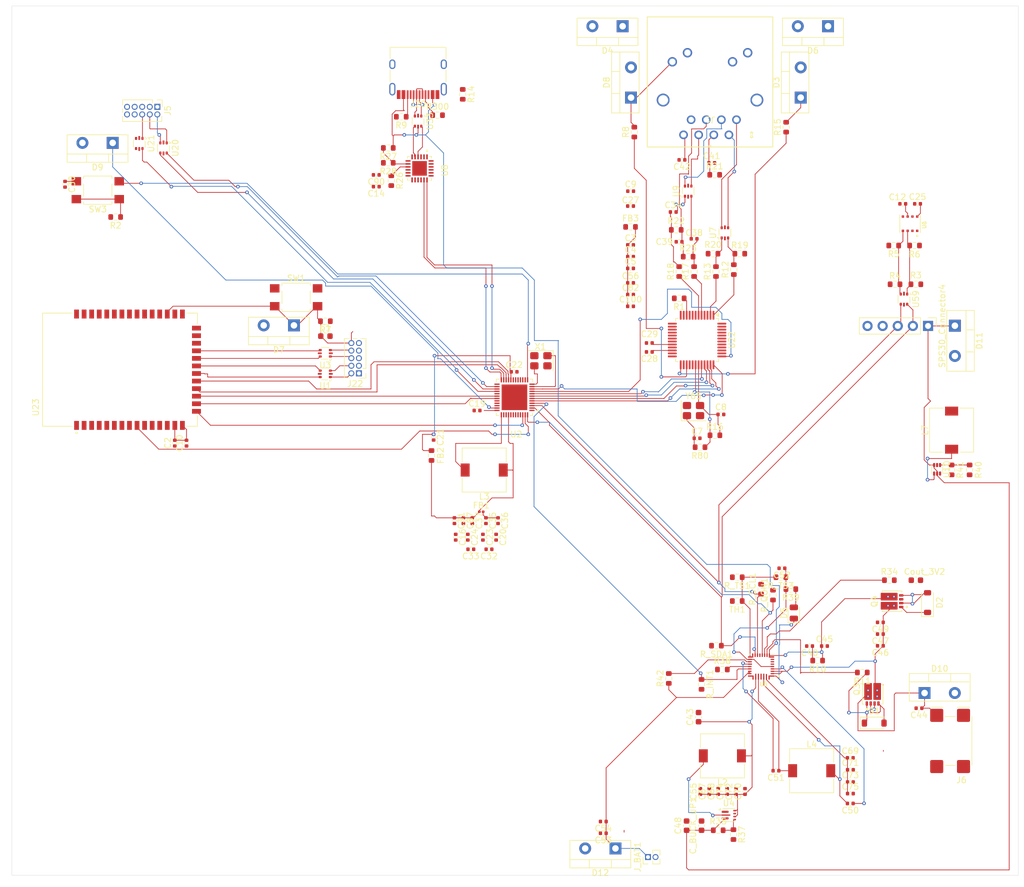
<source format=kicad_pcb>
(kicad_pcb (version 20241229) (generator "pcbnew") (generator_version "9.0")
  (layers (0 "F.Cu" signal) (4 "In1.Cu" power "GND") (6 "In2.Cu" power "3V3") (2 "B.Cu" signal) (13 "F.Paste" user) (15 "B.Paste" user) (5 "F.SilkS" user "F.Silkscreen") (7 "B.SilkS" user "B.Silkscreen") (1 "F.Mask" user) (3 "B.Mask" user) (25 "Edge.Cuts" user))
  (net 0 "")
  (net 1 "GND")
  (net 2 "Net-(C7-Pad1)")
  (net 3 "/Antenna Module/BDE_RESET")
  (net 4 "VDD")
  (net 5 "Net-(U2-DECOUPLE)")
  (net 6 "BUCK_3.3V")
  (net 7 "Net-(U22-XO)")
  (net 8 "Net-(C34-Pad1)")
  (net 9 "Net-(C38-Pad1)")
  (net 10 "Net-(C39-Pad1)")
  (net 11 "Net-(C41-Pad1)")
  (net 12 "Net-(C42-Pad1)")
  (net 13 "Net-(D2-K)")
  (net 14 "5V_VBUS")
  (net 15 "Net-(U5-SW1)")
  (net 16 "Net-(U5-BTST1)")
  (net 17 "Net-(U5-SW2)")
  (net 18 "Net-(U5-BTST2)")
  (net 19 "BAT")
  (net 20 "Net-(D2-A)")
  (net 21 "Net-(U6-VDDIO)")
  (net 22 "/MCU/PAVDD")
  (net 23 "Net-(U6-VDD)")
  (net 24 "/USBC/D_N")
  (net 25 "Net-(U22-1V2O)")
  (net 26 "/USBC/D_P")
  (net 27 "Net-(U22-TOCAP)")
  (net 28 "/Antenna Module/JTAG_TMSC")
  (net 29 "/Antenna Module/JTAG_TDI")
  (net 30 "/Antenna Module/JTAG_TDO")
  (net 31 "/Antenna Module/JTAG_TCKC")
  (net 32 "Net-(U2-~{RESET})")
  (net 35 "Net-(U4-SW)")
  (net 36 "/MCU/DVDD")
  (net 37 "Net-(R2-Pad1)")
  (net 38 "Net-(U10-FB)")
  (net 39 "/ethernet/RD+")
  (net 40 "Net-(C35-Pad1)")
  (net 41 "/ethernet/RD-")
  (net 42 "Net-(C40-Pad1)")
  (net 43 "/PSU/SYS")
  (net 44 "/ethernet/LINKLED")
  (net 45 "/ethernet/ACTLED")
  (net 46 "Net-(U4-FB)")
  (net 47 "Net-(U5-PROG)")
  (net 48 "/PSU/VAC2")
  (net 49 "Net-(C46-Pad1)")
  (net 50 "BUCK_5V")
  (net 51 "/PSU/REGN")
  (net 52 "/PSU/PMID")
  (net 53 "Net-(D1-K)")
  (net 54 "Net-(D1-A)")
  (net 55 "Net-(D3-K)")
  (net 56 "Net-(D5-A)")
  (net 57 "Net-(D5-K)")
  (net 58 "Net-(D8-K)")
  (net 59 "/MCU/JTAG_RST")
  (net 60 "/ethernet/TD+")
  (net 62 "/ethernet/TD-")
  (net 67 "Net-(U2-HFXTAL_I)")
  (net 71 "Net-(U2-HFXTAL_O)")
  (net 73 "/MCU/27")
  (net 74 "/MCU/28")
  (net 75 "/MCU/26")
  (net 76 "Net-(J20-SHIELD)")
  (net 77 "Net-(J20-CC1)")
  (net 78 "Net-(J20-CC2)")
  (net 82 "/MCU/VREGSW")
  (net 83 "Net-(U10-SW)")
  (net 84 "Net-(U22-EXRES1)")
  (net 85 "/BME 688 and SPS30/SDA")
  (net 86 "/BME 688 and SPS30/SCL")
  (net 87 "/PSU/ACDRV2")
  (net 88 "Net-(U22-TXN)")
  (net 89 "Net-(U22-TXP)")
  (net 90 "Net-(U22-XI{slash}CLKIN)")
  (net 91 "Net-(U22-RXN)")
  (net 92 "Net-(U22-RXP)")
  (net 93 "Net-(U8-RSTB)")
  (net 94 "Net-(U8-VBUS)")
  (net 95 "/PSU/ACDRV1")
  (net 96 "Net-(U5-BATP)")
  (net 101 "/MCU/INT0")
  (net 102 "/MCU/QON")
  (net 103 "/PSU/TS")
  (net 106 "/MCU/SPI_MISO")
  (net 107 "/MCU/nRST")
  (net 108 "/MCU/DEBUG_UART_TX")
  (net 109 "/MCU/CS")
  (net 110 "/Antenna Module/MCU_RTS_BDE_CTS")
  (net 111 "/MCU/INT1")
  (net 112 "/MCU/SPI_MOSI")
  (net 113 "/MCU/DEBUG_UART_RX")
  (net 115 "/Antenna Module/MCU_TX_BDE_RX")
  (net 116 "/MCU/SPI_SCK")
  (net 117 "/Antenna Module/BDE_DEBUG0")
  (net 118 "/Antenna Module/MCU_CTS_BDE_RTS")
  (net 120 "/Antenna Module/BDE_DEBUG1")
  (net 121 "/Antenna Module/MCU_RX_BDE_TX")
  (net 168 "unconnected-(U23-DIO_23-Pad31)")
  (net 170 "+3.3VA")
  (footprint "Capacitor_SMD:C_0402_1005Metric" (layer "F.Cu") (at 159.47 127.508)
    (property "Reference" "C45")
    (property "Value" "0.1uF")
  )
  (footprint "Resistor_SMD:R_0603_1608Metric" (layer "F.Cu") (at 86.715 49.345 -90)
    (property "Reference" "R26")
    (property "Value" "1K")
  )
  (footprint "Capacitor_SMD:C_0402_1005Metric" (layer "F.Cu") (at 156.972 127.508 180)
    (property "Reference" "C40")
    (property "Value" "0.1uF")
  )
  (footprint "Resistor_SMD:R_0603_1608Metric" (layer "F.Cu") (at 135.075 64.6075 90)
    (property "Reference" "R18")
    (property "Value" "33R")
  )
  (footprint "Capacitor_SMD:C_0402_1005Metric" (layer "F.Cu") (at 172.6225 53.2335 180)
    (property "Reference" "C12")
    (property "Value" "100nF")
  )
  (footprint "Resistor_SMD:R_0603_1608Metric" (layer "F.Cu") (at 174.6025 60.2335 180)
    (property "Reference" "R6")
    (property "Value" "4.7k")
  )
  (footprint "Capacitor_SMD:C_0402_1005Metric" (layer "F.Cu") (at 102.108 109.22 -90)
    (property "Reference" "C23")
    (property "Value" "1uF")
  )
  (footprint "Connector_USB:USB_C_Receptacle_HRO_TYPE-C-31-M-12" (layer "F.Cu") (at 91.215 30.845 180)
    (property "Reference" "J20")
    (property "Value" "USB_C_Receptacle_USB2.0_16P")
  )
  (footprint "Package_QFP:LQFP-48_7x7mm_P0.5mm" (layer "F.Cu") (at 138.075 76.1075 -90)
    (property "Reference" "U22")
    (property "Value" "W5500")
  )
  (footprint "Button_Switch_SMD:SW_SPST_TL3305A" (layer "F.Cu") (at 37.425 50.945 180)
    (property "Reference" "SW3")
    (property "Value" "SW_Push")
  )
  (footprint "Capacitor_SMD:C_0402_1005Metric" (layer "F.Cu") (at 99.568 109.22 -90)
    (property "Reference" "C24")
    (property "Value" "0.1uF")
  )
  (footprint "Resistor_SMD:R_0603_1608Metric" (layer "F.Cu") (at 86.215 43.845 180)
    (property "Reference" "R27")
    (property "Value" "22.1K")
  )
  (footprint "Capacitor_SMD:C_0402_1005Metric" (layer "F.Cu") (at 175.345 137.945 180)
    (property "Reference" "C44")
    (property "Value" "0.1uF")
  )
  (footprint "Package_TO_SOT_SMD:SOT-666" (layer "F.Cu") (at 44.3875 43.095 -90)
    (property "Reference" "U21")
    (property "Value" "USBLC6-2P6")
  )
  (footprint "LED_SMD:LED_0805_2012Metric" (layer "F.Cu") (at 154.325 121.945 90)
    (property "Reference" "D5")
    (property "Value" "LED")
  )
  (footprint "Capacitor_SMD:C_0402_1005Metric" (layer "F.Cu") (at 137.575 59.1075 180)
    (property "Reference" "C38")
    (property "Value" "6.8nF")
  )
  (footprint "Capacitor_SMD:C_0402_1005Metric" (layer "F.Cu") (at 103.124 111.252 180)
    (property "Reference" "C32")
    (property "Value" "0.1uF")
  )
  (footprint "Inductor_SMD:L_7.3x7.3_H3.5" (layer "F.Cu") (at 180.825 91.245 90)
    (property "Reference" "L7")
    (property "Value" "1 uH")
  )
  (footprint "Resistor_SMD:R_0603_1608Metric" (layer "F.Cu") (at 171.1025 60.2335 180)
    (property "Reference" "R5")
    (property "Value" "4.7k")
  )
  (footprint "Package_TO_SOT_SMD:SOT-666" (layer "F.Cu") (at 75.63 78.335 180)
    (property "Reference" "U3")
    (property "Value" "USBLC6-2P6")
  )
  (footprint "Capacitor_SMD:C_0402_1005Metric" (layer "F.Cu") (at 84.195 50.345 180)
    (property "Reference" "C14")
    (property "Value" "4.7uF")
  )
  (footprint "Package_TO_SOT_SMD:SOT-563" (layer "F.Cu") (at 178.39 97.82 -90)
    (property "Reference" "U10")
    (property "Value" "TLV62569ADRL")
  )
  (footprint "Capacitor_SMD:C_0402_1005Metric" (layer "F.Cu") (at 144.625 151.945 90)
    (property "Reference" "C72")
    (property "Value" "10uF")
  )
  (footprint "Capacitor_SMD:C_0402_1005Metric" (layer "F.Cu") (at 98.825 106.445 -90)
    (property "Reference" "C87")
    (property "Value" "4.7uF")
  )
  (footprint "Package_TO_SOT_THT:TO-220-2_Vertical" (layer "F.Cu") (at 39.925 42.995 180)
    (property "Reference" "D9")
    (property "Value" "CSD01060A")
  )
  (footprint "Capacitor_SMD:C_0402_1005Metric" (layer "F.Cu") (at 102.616 106.445 -90)
    (property "Reference" "C35")
    (property "Value" "120pF")
  )
  (footprint "Capacitor_SMD:C_0603_1608Metric" (layer "F.Cu") (at 75.65 75.455)
    (property "Reference" "C1")
    (property "Value" "0.1µF")
  )
  (footprint "Connector_BarrelJack:BarrelJack_Wuerth_694102107102_1.0x3.9mm" (layer "F.Cu") (at 179.475 143.445 90)
    (property "Reference" "J6")
    (property "Value" "Barrel_Jack_Switch")
  )
  (footprint "Resistor_SMD:R_0603_1608Metric" (layer "F.Cu") (at 137.575 64.6075 90)
    (property "Reference" "R17")
    (property "Value" "33R")
  )
  (footprint "Resistor_SMD:R_0603_1608Metric" (layer "F.Cu") (at 144.185 159.17 -90)
    (property "Reference" "R37")
    (property "Value" "100k")
  )
  (footprint "Capacitor_SMD:C_0402_1005Metric" (layer "F.Cu") (at 142.075 88.6075)
    (property "Reference" "C8")
    (property "Value" "18pF")
  )
  (footprint "Resistor_SMD:R_0603_1608Metric" (layer "F.Cu") (at 183.845 97.92 90)
    (property "Reference" "R40")
    (property "Value" "453K")
  )
  (footprint "Capacitor_SMD:C_0402_1005Metric" (layer "F.Cu") (at 130.055 76.6075 180)
    (property "Reference" "C29")
    (property "Value" "4.7uF")
  )
  (footprint "Resistor_SMD:R_0603_1608Metric" (layer "F.Cu") (at 158.325 129.945 180)
    (property "Reference" "R10")
    (property "Value" "2")
  )
  (footprint "Capacitor_SMD:C_0402_1005Metric" (layer "F.Cu") (at 50.355 93.425 90)
    (property "Reference" "C2")
    (property "Value" "10uF")
  )
  (footprint "Capacitor_SMD:C_0402_1005Metric" (layer "F.Cu") (at 152.325 114.445 180)
    (property "Reference" "C52")
    (property "Value" "0.1uF")
  )
  (footprint "Custom_Parts:CONN_J0011D21B_PUL" (layer "F.Cu") (at 144.695 39.1075 180)
    (property "Reference" "J1")
    (property "Value" "J0011D21BNL")
  )
  (footprint "Resistor_SMD:R_0603_1608Metric" (layer "F.Cu") (at 40.425 55.445 180)
    (property "Reference" "R2")
    (property "Value" "100")
  )
  (footprint "Capacitor_SMD:C_0402_1005Metric" (layer "F.Cu") (at 168.86 125.495 180)
    (property "Reference" "C47")
    (property "Value" "10uF")
  )
  (footprint "Resistor_SMD:R_0603_1608Metric" (layer "F.Cu") (at 141.625 158.445)
    (property "Reference" "R35")
    (property "Value" "910k")
  )
  (footprint "Package_TO_SOT_THT:TO-220-2_Vertical" (layer "F.Cu") (at 124.365 161.495 180)
    (property "Reference" "D12")
    (property "Value" "CSD01060A")
  )
  (footprint "Package_TO_SOT_SMD:SOT-666" (layer "F.Cu") (at 136.575 51.1075 90)
    (property "Reference" "U9")
    (property "Value" "USBLC6-2P6")
  )
  (footprint "Capacitor_SMD:C_0402_1005Metric" (layer "F.Cu") (at 31.925 49.945 -90)
    (property "Reference" "C30")
    (property "Value" "100nF")
  )
  (footprint "Resistor_SMD:R_0603_1608Metric" (layer "F.Cu") (at 142.325 131.445)
    (property "Reference" "R38")
    (property "Value" "100")
  )
  (footprint "Resistor_SMD:R_0603_1608Metric" (layer "F.Cu") (at 153.825 117.945 180)
    (property "Reference" "R39")
    (property "Value" "2.2K")
  )
  (footprint "Capacitor_SMD:C_0402_1005Metric" (layer "F.Cu") (at 135.5346 45.8553 180)
    (property "Reference" "C42")
    (property "Value" "1nF/2kV")
  )
  (footprint "Resistor_SMD:R_0603_1608Metric" (layer "F.Cu") (at 144.25 64.2825 90)
    (property "Reference" "R12")
    (property "Value" "33R")
  )
  (footprint "Capacitor_SMD:C_0402_1005Metric" (layer "F.Cu") (at 168.86 127.465 180)
    (property "Reference" "C46")
    (property "Value" "10uF")
  )
  (footprint "Capacitor_SMD:C_0402_1005Metric" (layer "F.Cu") (at 140.5346 46.3553)
    (property "Reference" "C41")
    (property "Value" "22nF")
  )
  (footprint "Connector_PinHeader_2.54mm:PinHeader_1x05_P2.54mm_Vertical" (layer "F.Cu") (at 176.865 73.745 -90)
    (property "Reference" "SPS30_Connector4")
    (property "Value" "Conn_01x05")
  )
  (footprint "Resistor_SMD:R_0603_1608Metric" (layer "F.Cu") (at 94.488 38.345)
    (property "Reference" "R300")
    (property "Value" "5.1k")
  )
  (footprint "Resistor_SMD:R_0603_1608Metric" (layer "F.Cu") (at 138.825 133.945 -90)
    (property "Reference" "R_INT1")
    (property "Value" "10K")
  )
  (footprint "Capacitor_SMD:C_0402_1005Metric" (layer "F.Cu") (at 101.12 87.945)
    (property "Reference" "C19")
    (property "Value" "1uF")
  )
  (footprint "Diode_SMD:D_SOD-123" (layer "F.Cu") (at 167.825 140.445)
    (property "Reference" "D1")
    (property "Value" "D_Zener")
  )
  (footprint "Custom_Parts:XCVR_BDE-MB1352P71UA32" (layer "F.Cu") (at 41.15 81.095 90)
    (property "Reference" "U23")
    (property "Value" "BDE-MB1352P71UA32")
  )
  (footprint "Resistor_SMD:R_0603_1608Metric" (layer "F.Cu") (at 141.25 64.6075 90)
    (property "Reference" "R13")
    (property "Value" "33R")
  )
  (footprint "Capacitor_SMD:C_0402_1005Metric" (layer "F.Cu") (at 143.125 151.925 90)
    (property "Reference" "C74")
    (property "Value" "10uF")
  )
  (footprint "Inductor_SMD:L_7.3x7.3_H3.5" (layer "F.Cu") (at 157.325 148.445)
    (property "Reference" "L4")
    (property "Value" "2.2 µH")
  )
  (footprint "Resistor_SMD:R_0603_1608Metric" (layer "F.Cu") (at 126.9 57.1075)
    (property "Reference" "FB3")
    (property "Value" "100R @ 100MHz")
  )
  (footprint "Capacitor_SMD:C_0402_1005Metric" (layer "F.Cu") (at 163.825 152.285)
    (property "Reference" "C75")
    (property "Value" "0.1uF")
  )
  (footprint "Capacitor_SMD:C_0402_1005Metric" (layer "F.Cu") (at 126.9 53.6075)
    (property "Reference" "C27")
    (property "Value" "10uF/16V")
  )
  (footprint "Package_TO_SOT_SMD:SOT-666" (layer "F.Cu") (at 91.215 39.345 -90)
    (property "Reference" "U33")
    (property "Value" "USBLC6-2P6")
  )
  (footprint "Resistor_SMD:R_0603_1608Metric" (layer "F.Cu") (at 152.15 115.945 180)
    (property "Reference" "R_TS3")
    (property "Value" "5.24K")
  )
  (footprint "Capacitor_SMD:C_0402_1005Metric" (layer "F.Cu") (at 126.9 66.5075)
    (property "Reference" "C56")
    (property "Value" "0.1uF")
  )
  (footprint "Package_TO_SOT_THT:TO-220-2_Vertical" (layer "F.Cu") (at 160.0746 23.4053 180)
    (property "Reference" "D6")
    (property "Value" "CSD01060A")
  )
  (footprint "Resistor_SMD:R_0603_1608Metric" (layer "F.Cu") (at 86.215 46.345 180)
    (property "Reference" "R28")
    (property "Value" "47.5K")
  )
  (footprint "Capacitor_SMD:C_0402_1005Metric" (layer "F.Cu") (at 163.825 150.345)
    (property "Reference" "C73")
    (property "Value" "10uF")
  )
  (footprint "Capacitor_SMD:C_0402_1005Metric" (layer "F.Cu") (at 141.625 151.925 90)
    (property "Reference" "C68")
    (property "Value" "10uF")
  )
  (footprint "Capacitor_SMD:C_0603_1608Metric" (layer "F.Cu") (at 138.325 139.445 90)
    (property "Reference" "C43")
    (property "Value" "10uF")
  )
  (footprint "Capacitor_SMD:C_0603_1608Metric" (layer "F.Cu") (at 138.825 157.67 90)
    (property "Reference" "C_BUCK_UP1")
    (property "Value" "4.7uF")
  )
  (footprint "Capacitor_SMD:C_0402_1005Metric" (layer "F.Cu") (at 126.92 51.1075)
    (property "Reference" "C9")
    (property "Value" "0.1uF")
  )
  (footprint "Capacitor_SMD:C_0402_1005Metric" (layer "F.Cu") (at 126.9 68.4775)
    (property "Reference" "C82")
    (property "Value" "10uF/16V")
  )
  (footprint "Resistor_SMD:R_0603_1608Metric" (layer "F.Cu") (at 93.472 95.504 90)
    (property "Reference" "FB2")
    (property "Value" "BLM03PG330SN1")
  )
  (footprint "Capacitor_SMD:C_0402_1005Metric" (layer "F.Cu") (at 134.075 54.6075)
    (property "Reference" "C34")
    (property "Value" "6.8nF")
  )
  (footprint "Resistor_SMD:R_0603_1608Metric" (layer "F.Cu") (at 180.825 97.92 -90)
    (property "Reference" "R41")
    (property "Value" "100k")
  )
  (footprint "Capacitor_SMD:C_0603_1608Metric" (layer "F.Cu") (at 136.315 157.67 90)
    (property "Reference" "C48")
    (property "Value" "22uF")
  )
  (footprint "Package_TO_SOT_THT:TO-220-2_Vertical" (layer "F.Cu") (at 125.5746 23.4053 180)
    (property "Reference" "D4")
    (property "Value" "CSD01060A")
  )
  (footprint "Capacitor_SMD:C_0402_1005Metric" (layer "F.Cu") (at 138.075 92.6075)
    (property "Reference" "C7")
    (property "Value" "18pF")
  )
  (footprint "Capacitor_SMD:C_0402_1005Metric" (layer "F.Cu") (at 126.9 62.1075)
    (property "Reference" "C4")
    (property "Value" "0.1uF")
  )
  (footprint "Resistor_SMD:R_0603_1608Metric" (layer "F.Cu") (at 141.325 127.445 180)
    (property "Reference" "R_SDA1")
    (property "Value" "4.7K")
  )
  (footprint "Connector_PinHeader_1.27mm:PinHeader_2x05_P1.27mm_Vertical" (layer "F.Cu") (at 81.28 81.7 180)
    (property "Reference" "J22")
    (property "Value" "Conn_ARM_JTAG_SWD_10")
  )
  (footprint "Resistor_SMD:R_0603_1608Metric" (layer "F.Cu") (at 171.325 66.745)
    (property "Reference" "R4")
    (property "Value" "4.7k")
  )
  (footprint "Resistor_SMD:R_0603_1608Metric" (layer "F.Cu") (at 141.075 92.1075)
    (property "Reference" "R16")
    (property "Value" "1M")
  )
  (footprint "Button_Switch_SMD:SW_SPST_TL3305A" (layer "F.Cu") (at 70.735 68.93)
    (property "Reference" "SW1")
    (property "Value" "SW_Push")
  )
  (footprint "Capacitor_SMD:C_0402_1005Metric" (layer "F.Cu") (at 175.1025 53.2335)
    (property "Reference" "C25")
    (property "Value" "100nF")
  )
  (footprint "Capacitor_SMD:C_0402_1005Metric" (layer "F.Cu") (at 52.325 93.425 90)
    (property "Reference" "C10")
    (property "Value" "0.1uF")
  )
  (footprint "Package_TO_SOT_THT:TO-220-2_Vertical" (layer "F.Cu") (at 126.9846 35.3953 90)
    (property "Reference" "D8")
    (property "Value" "CSD01060A")
  )
  (footprint "Resistor_SMD:R_0201_0603Metric" (layer "F.Cu") (at 101.825 104.945)
    (property "Reference" "FB1")
    (property "Value" "BLM03AG700SN1")
  )
  (footprint "Resistor_SMD:R_0603_1608Metric" (layer "F.Cu") (at 144.825 119.945 180)
    (property "Reference" "TH1")
    (property "Value" "NTC 10k")
  )
  (footprint "Inductor_SMD:L_7.3x7.3_H3.5" (layer "F.Cu") (at 142.325 145.945 180)
    (property "Reference" "L2")
    (property "Value" "1 uH")
  )
  (footprint "Capacitor_SMD:C_0402_1005Metric" (layer "F.Cu") (at 135.055 59.6075 180)
    (property "Reference" "C39")
    (property "Value" "10nF")
  )
  (footprint "Custom_Parts:IC_BQ25798RQMR" (layer "F.Cu") (at 148.825 130.945 180)
    (property "Reference" "U5")
    (property "Value" "BQ25798RQMR")
  )
  (footprint "Resistor_SMD:R_0603_1608Metric" (layer "F.Cu") (at 136.575 62.1075)
    (property "Reference" "R23")
    (property "Value" "49.9R")
  )
  (footprint "Capacitor_SMD:C_0402_1005Metric" (layer "F.Cu") (at 100.076 111.252 180)
    (property "Reference" "C33")
    (property "Value" "1uF")
  )
  (footprint "Capacitor_SMD:C_0402_1005Metric" (layer "F.Cu") (at 97.325 106.445 -90)
    (property "Reference" "C31")
    (property "Value" "0.1uF")
  )
  (footprint "Capacitor_SMD:C_0402_1005Metric" (layer "F.Cu") (at 93.825 92.428 -90)
    (property "Reference" "C21")
    (property "Value" "100nF")
  )
  (footprint "Package_TO_SOT_THT:TO-220-2_Vertical" (layer "F.Cu") (at 181.375 73.705 -90)
    (property "Reference" "D11")
    (property "Value" "CSD01060A")
  )
  (footprint "Capacitor_SMD:C_0402_1005Metric" (layer "F.Cu") (at 140.125 151.925 90)
    (property "Reference" "C67")
    (property "Value" "10uF")
  )
  (footprint "Custom_Parts:QFN40P600X600X90-49N" (layer "F.Cu") (at 107.405 85.73 180)
    (property "Reference" "U2")
    (property "Value" "EFR32FG28A122F1024GM48-A")
  )
  (footprint "Custom_Parts:IC_BME688" (layer "F.Cu") (at 173.844 56.572 -90)
    (property "Reference" "U6")
    (property "Value" "BME688")
  )
  (footprint "Capacitor_SMD:C_0402_1005Metric" (layer "F.Cu") (at 126.9 64.0775)
    (property "Reference" "C5")
    (property "Value" "0.1uF")
  )
  (footprint "Capacitor_SMD:C_0402_1005Metric" (layer "F.Cu") (at 126.9 70.4475)
    (property "Reference" "C100")
    (property "Value" "0.1uF")
  )
  (footprint "Resistor_SMD:R_0603_1608Metric" (layer "F.Cu") (at 140.75 61.6075 180)
    (property "Reference" "R20")
    (property "Value" "49.9R")
  )
  (footprint "Capacitor_SMD:C_0402_1005Metric" (layer "F.Cu") (at 107.345 81.445)
    (property "Reference" "C22")
    (property "Value" "120pF")
  )
  (footprint "Resistor_SMD:R_0603_1608Metric" (layer "F.Cu") (at 174.825 66.745 180)
    (property "Reference" "R3")
    (property "Value" "4.7k")
  )
  (footprint "Resistor_SMD:R_0603_1608Metric" (layer "F.Cu") (at 144.825 115.945 180)
    (property "Reference" "R_TS1")
    (property "Value" "30.31K")
  )
  (footprint "Resistor_SMD:R_0603_1608Metric" (layer "F.Cu") (at 138.575 94.1075 180)
    (property "Reference" "R80")
    (property "Value" "0R")
  )
  (footprint "Capacitor_SMD:C_0402_1005Metric" (layer "F.Cu") (at 151.325 148.445 180)
    (property "Reference" "C51")
    (property "Value" "47 nF")
  )
  (footprint "Resistor_SMD:R_0603_1608Metric" (layer "F.Cu") (at 133.325 132.945 90)
    (property "Reference" "R42")
    (property "Value" "100")
  )
  (footprint "Resistor_SMD:R_0603_1608Metric" (layer "F.Cu") (at 148.825 117.945 90)
    (property "Reference" "R_SCL1")
    (property "Value" "4.7K")
  )
  (footprint "Connector_PinHeader_1.27mm:PinHeader_1x02_P1.27mm_Vertical" (layer "F.Cu") (at 129.825 162.945 90)
    (property "Reference" "J_BAT1")
    (property "Value" "Conn_01x02")
  )
  (footprint "Capacitor_SMD:C_0603_1608Metric" (layer "F.Cu") (at 174.825 116.445)
    (property "Reference" "Cout_3V2")
    (property "Value" "22uF")
  )
  (footprint "Diode_SMD:D_SOD-123" (layer "F.Cu") (at 176.784 120.207 90)
    (property "Reference" "D2")
    (property "Value" "D_Zener")
  )
  (footprint "Inductor_SMD:L_7.3x7.3_H3.5" (layer "F.Cu") (at 102.325 97.945 180)
    (property "Reference" "L3")
    (property "Value" "2.2uH")
  )
  (footprint "Capacitor_SMD:C_0402_1005Metric" (layer "F.Cu") (at 163.805 153.945 180)
    (property "Reference" "C50")
    (property "Value" "47 nF")
  )
  (footprint "Custom_Parts:QFN50P400X400X80-25N" (layer "F.Cu") (at 91.465 47.28 -90)
    (property "Reference" "U8")
    (property "Value" "CP2102N-A02-GQFN20")
  )
  (footprint "Resistor_SMD:R_0603_1608Metric" (layer "F.Cu") (at 127.5346 41.1803 90)
    (property "Reference" "R8")
    (property "Value" "330R")
  )
  (footprint "Resistor_SMD:R_0603_1608Metric" (layer "F.Cu") (at 141.0346 48.3553)
    (property "Reference" "R21")
    (property "Value" "10R")
  )
  (footprint "Capacitor_SMD:C_0402_1005Metric" (layer "F.Cu") (at 100.325 106.445 -90)
    (property "Reference" "C37")
    (property "Value" "1uF")
  )
  (footprint "Package_TO_SOT_THT:TO-220-2_Vertical" (layer "F.Cu") (at 176.285 135.395)
    (property "Reference" "D10")
    (property "Value" "CSD01060A")
  )
  (footprint "Package_TO_SOT_SMD:SOT-666" (layer "F.Cu") (at 172.825 69.245 -90)
    (property "Reference" "U59")
    (property "Value" "USBLC6-2P6")
  )
  (footprint "Capacitor_SMD:C_0402_1005Metric" (layer "F.Cu") (at 126.9 60.1375)
    (property "Reference" "C3")
    (property "Value" "0.1uF")
  )
  (footprint "Package_TO_SOT_SMD:SOT-666" (layer "F.Cu") (at 75.63 81.79 180)
    (property "Reference" "U1")
    (property "Value" "USBLC6-2P6")
  )
  (footprint "Resistor_SMD:R_0603_1608Metric" (layer "F.Cu") (at 88.392 38.608 180)
    (property "Reference" "R9")
    (property "Value" "5.1k")
  )
  (footprint "Resistor_SMD:R_0603_1608Metric" (layer "F.Cu") (at 170.371 116.445)
    (property "Reference" "R34")
    (property "Value" "294")
  )
  (footprint "Resistor_SMD:R_0603_1608Metric" (layer "F.Cu") (at 134.575 57.6075 180)
    (property "Reference" "R22")
    (property "Value" "49.9R")
  )
  (footprint "Resistor_SMD:R_0603_1608Metric" (layer "F.Cu") (at 145.25 61.6075)
    (property "Reference" "R19")
    (property "Value" "49.9R")
  )
  (footprint "Capacitor_SMD:C_0402_1005Metric" (layer "F.Cu") (at 146.125 151.925 90)
    (property "Reference" "C70")
    (property "Value" "10uF")
  )
  (footprint "Package_TO_SOT_SMD:SOT-666" (layer "F.Cu") (at 48.4625 43.85 -90)
    (property "Reference" "U20")
    (property "Value" "USBLC6-2P6")
  )
  (footprint "Custom_Parts:TRANS_CSD87503Q3E" (layer "F.Cu") (at 167.562 135.62 90)
    (property "Reference" "Q3")
    (property "Value" "CSD87503Q3E")
  )
  (footprint "Capacitor_SMD:C_0402_1005Metric" (layer "F.Cu") (at 168.86 123.525 180)
    (property "Reference" "C49")
    (property "Value" "0.1uF")
  )
  (footprint "Custom_Parts:TRANS_CSD87503Q3E" (layer "F.Cu") (at 170.825 119.97 180)
    (property "Reference" "Q4")
    (property "Value" "CSD87503Q3E")
  )
  (footprint "Capacitor_SMD:C_0402_1005Metric" (layer "F.Cu") (at 163.805 146.285)
    (property "Reference" "C69")
    (property "Value" "10uF")
  )
  (footprint "Resistor_SMD:R_0603_1608Metric" (layer "F.Cu") (at 98.715 34.845 -90)
    (property "Reference" "R14")
    (property "Value" "1M")
  )
  (footprint "Capacitor_SMD:C_0402_1005Metric" (layer "F.Cu") (at 84.195 48.375 180)
    (property "Reference" "C90")
    (property "Value" "0.1uF")
  )
  (footprint "Crystal:Crystal_SMD_3225-4Pin_3.2x2.5mm" (layer "F.Cu") (at 137.475 87.9575)
    (property "Reference" "Y65")
    (property "Value" "25MHz")
  )
  (footprint "Resistor_SMD:R_0603_1608Metric" (layer "F.Cu") (at 135.075 69.1075 180)
    (property "Reference" "R1")
    (property "Value" "12.4K")
  )
  (footprint "Connector_PinHeader_1.27mm:PinHeader_2x05_P1.27mm_Vertical" (layer "F.Cu") (at 47.425 36.945 -90)
    (property "Reference" "J5")
    (property "Value" "Conn_ARM_JTAG_SWD_10")
  )
  (footprint "Capacitor_SMD:C_0402_1005Metric" (layer "F.Cu") (at 122.325 156.975 180)
    (property "Reference" "C54")
    (property "Value" "10uF")
  )
  (footprint "Capacitor_SMD:C_0402_1005Metric" (layer "F.Cu") (at 138.625 151.925 90)
    (property "Reference" "C55")
    (property "Value" "0.1uF")
  )
  (footprint "Capacitor_SMD:C_0402_1005Metric" (layer "F.Cu") (at 104.648 106.445 -90)
    (property "Reference" "C36")
    (property "Value" "100nF")
  )
  (footprint "Package_TO_SOT_THT:TO-220-2_Vertical" (layer "F.Cu") (at 155.4846 35.3953 90)
    (property "Reference" "D3")
    (property "Value" "CSD01060A")
  )
  (footprint "Package_DFN_QFN:Texas_RWU0007A_VQFN-7_2x2mm_P0.5mm" (layer "F.Cu") (at 143.413 155.895)
    (property "Reference" "U4")
    (property "Value" "TPS61022")
  )
  (footprint "Capacitor_SMD:C_0402_1005Metric" (layer "F.Cu") (at 163.825 148.285)
    (property "Reference" "C71")
    (property "Value" "10uF")
  )
  (footprint "Capacitor_SMD:C_0402_1005Metric" (layer "F.Cu") (at 130.055 78.1075 180)
    (property "Reference" "C28")
    (property "Value" "10nF")
  )
  (footprint "Package_TO_SOT_THT:TO-220-2_Vertical" (layer "F.Cu") (at 70.37 73.645 180)
    (property "Reference" "D7")
    (property "Value" "CSD01060A")
  )
  (footprint "Capacitor_SMD:C_0402_1005Metric" (layer "F.Cu") (at 97.536 109.22 -90)
    (property "Reference" "C16")
    (property "Value" "10uF")
  )
  (footprint "Resistor_SMD:R_0603_1608Metric" (layer "F.Cu") (at 153.0346 40.3553 90)
    (property "Reference" "R15")
    (property "Value" "330R")
  )
  (footprint "Crystal:Crystal_SMD_3225-4Pin_3.2x2.5mm" (layer "F.Cu") (at 111.844 79.59 180)
    (property "Reference" "X1")
    (property "Value" "Crystal_GND2")
  )
  (footprint "Capacitor_SMD:C_0402_1005Metric" (layer "F.Cu") (at 104.325 109.22 -90)
    (property "Reference" "C20")
    (property "Value" "10nF")
  )
  (footprint "Resistor_SMD:R_0603_1608Metric" (layer "F.Cu") (at 165.825 131.945 180)
    (property "Reference" "R11")
    (property "Value" "294")
  )
  (footprint "Resistor_SMD:R_0603_1608Metric" (layer "F.Cu") (at 75.65 72.945 180)
    (property "Reference" "R7")
    (property "Value" "10k")
  )
  (footprint "Capacitor_SMD:C_0402_1005Metric" (layer "F.Cu") (at 122.325 158.945 180)
    (property "Reference" "C53")
    (property "Value" "10uF")
  )
  (footprint "Resistor_SMD:R_0603_1608Metric" (layer "F.Cu") (at 150.825 118.945 90)
    (property "Reference" "R_QON1")
    (property "Value" "100k")
  )
  (footprint "Package_TO_SOT_SMD:SOT-666" (layer "F.Cu") (at 142.75 58.1075 90)
    (property "Reference" "U7")
    (property "Value" "USBLC6-2P6")
  )
  (gr_rect (start 23 20) (end 192 166) (stroke (width 0.05)) (fill no) (layer "Edge.Cuts"))
  (segment (start 137.595 92.6075) (end 137.595 93.9525) (width 0.12) (layer "F.Cu") (net 2))
  (segment (start 136.375 88.8075) (end 136.375 89.639) (width 0.12) (layer "F.Cu") (net 2))
  (segment (start 137.595 93.9525) (end 137.75 94.1075) (width 0.12) (layer "F.Cu") (net 2))
  (segment (start 136.375 89.639) (end 137.595 90.859) (width 0.12) (layer "F.Cu") (net 2))
  (segment (start 137.595 90.859) (end 137.595 92.6075) (width 0.12) (layer "F.Cu") (net 2))
  (segment (start 74.875 73.053) (end 74.875 75.455) (width 0.12) (layer "F.Cu") (net 3))
  (segment (start 49.095 71.395) (end 50.06 70.43) (width 0.12) (layer "F.Cu") (net 3))
  (segment (start 74.825 73.003) (end 74.875 73.053) (width 0.12) (layer "F.Cu") (net 3))
  (segment (start 74.168 70.104) (end 74.168 70.438) (width 0.12) (layer "F.Cu") (net 3))
  (segment (start 74.875 75.455) (end 76.04 76.62) (width 0.12) (layer "F.Cu") (net 3))
  (segment (start 50.06 70.43) (end 67.135 70.43) (width 0.12) (layer "F.Cu") (net 3))
  (segment (start 80.01 76.62) (end 80.01 74.93) (width 0.12) (layer "F.Cu") (net 3))
  (segment (start 74.335 72.455) (end 74.825 72.945) (width 0.12) (layer "F.Cu") (net 3))
  (segment (start 74.825 72.945) (end 74.825 73.003) (width 0.12) (layer "F.Cu") (net 3))
  (segment (start 74.335 70.271) (end 74.168 70.104) (width 0.12) (layer "F.Cu") (net 3))
  (segment (start 74.335 70.43) (end 74.335 72.455) (width 0.12) (layer "F.Cu") (net 3))
  (segment (start 74.335 70.43) (end 74.335 70.271) (width 0.12) (layer "F.Cu") (net 3))
  (segment (start 80.01 74.93) (end 80.264 74.676) (width 0.12) (layer "F.Cu") (net 3))
  (segment (start 67.155 70.43) (end 70.37 73.645) (width 0.12) (layer "F.Cu") (net 3))
  (segment (start 67.135 70.43) (end 67.155 70.43) (width 0.12) (layer "F.Cu") (net 3))
  (segment (start 76.04 76.62) (end 80.01 76.62) (width 0.12) (layer "F.Cu") (net 3))
  (segment (start 49.095 71.745) (end 49.095 71.395) (width 0.12) (layer "F.Cu") (net 3))
  (segment (start 74.168 70.438) (end 70.961 73.645) (width 0.12) (layer "F.Cu") (net 3))
  (segment (start 70.961 73.645) (end 70.37 73.645) (width 0.12) (layer "F.Cu") (net 3))
  (segment (start 52.325 91.135) (end 51.635 90.445) (width 0.12) (layer "F.Cu") (net 4))
  (segment (start 50.355 90.455) (end 50.365 90.445) (width 0.12) (layer "F.Cu") (net 4))
  (segment (start 50.355 92.945) (end 50.355 90.455) (width 0.12) (layer "F.Cu") (net 4))
  (segment (start 50.355 92.945) (end 52.325 92.945) (width 0.12) (layer "F.Cu") (net 4))
  (segment (start 52.325 92.945) (end 52.325 91.135) (width 0.12) (layer "F.Cu") (net 4))
  (segment (start 102.305 87.945) (end 104.455 87.945) (width 0.12) (layer "F.Cu") (net 5))
  (segment (start 104.455 87.945) (end 104.47 87.93) (width 0.12) (layer "F.Cu") (net 5))
  (segment (start 141.9 90.592) (end 141.595 90.287) (width 0.12) (layer "F.Cu") (net 7))
  (segment (start 140.075 88.6075) (end 138.575 87.1075) (width 0.12) (layer "F.Cu") (net 7))
  (segment (start 141.595 90.287) (end 141.595 88.6075) (width 0.12) (layer "F.Cu") (net 7))
  (segment (start 141.595 88.6075) (end 140.075 88.6075) (width 0.12) (layer "F.Cu") (net 7))
  (segment (start 141.9 92.1075) (end 141.9 90.592) (width 0.12) (layer "F.Cu") (net 7))
  (segment (start 138.325 86.8575) (end 138.325 80.27) (width 0.12) (layer "F.Cu") (net 7))
  (segment (start 138.575 87.1075) (end 138.325 86.8575) (width 0.12) (layer "F.Cu") (net 7))
  (segment (start 135.075 63.7825) (end 134.2845 62.992) (width 0.12) (layer "F.Cu") (net 8))
  (segment (start 133.595 54.6075) (end 133.595 55.363) (width 0.12) (layer "F.Cu") (net 8))
  (segment (start 134.112 60.452) (end 134.112 62.992) (width 0.12) (layer "F.Cu") (net 8))
  (segment (start 133.595 55.363) (end 133.75 55.518) (width 0.12) (layer "F.Cu") (net 8))
  (segment (start 134.112 62.992) (end 134.2845 62.992) (width 0.12) (layer "F.Cu") (net 8))
  (segment (start 133.75 55.518) (end 133.75 57.6075) (width 0.12) (layer "F.Cu") (net 8))
  (segment (start 133.75 60.09) (end 134.112 60.452) (width 0.12) (layer "F.Cu") (net 8))
  (segment (start 133.75 57.6075) (end 133.75 60.09) (width 0.12) (layer "F.Cu") (net 8))
  (segment (start 138.055 59.557) (end 137.4 60.212) (width 0.12) (layer "F.Cu") (net 9))
  (segment (start 137.4 62.216) (end 137.575 62.391) (width 0.12) (layer "F.Cu") (net 9))
  (segment (start 137.4 60.212) (end 137.4 62.1075) (width 0.12) (layer "F.Cu") (net 9))
  (segment (start 137.4 62.1075) (end 137.4 62.216) (width 0.12) (layer "F.Cu") (net 9))
  (segment (start 137.575 62.391) (end 137.575 63.7825) (width 0.12) (layer "F.Cu") (net 9))
  (segment (start 138.055 59.1075) (end 138.055 59.557) (width 0.12) (layer "F.Cu") (net 9))
  (segment (start 135.4 54.12) (end 135.128 53.848) (width 0.12) (layer "F.Cu") (net 10))
  (segment (start 135.128 48.26) (end 135.181 48.207) (width 0.12) (layer "F.Cu") (net 10))
  (segment (start 135.535 59.6075) (end 135.535 57.7425) (width 0.12) (layer "F.Cu") (net 10))
  (segment (start 136.652 45.212) (end 137.16 44.704) (width 0.12) (layer "F.Cu") (net 10))
  (segment (start 135.75 59.8225) (end 135.535 59.6075) (width 0.12) (layer "F.Cu") (net 10))
  (segment (start 137.16 44.704) (end 137.16 40.64) (width 0.12) (layer "F.Cu") (net 10))
  (segment (start 135.535 57.7425) (end 135.4 57.6075) (width 0.12) (layer "F.Cu") (net 10))
  (segment (start 137.16 40.64) (end 139.192 40.64) (width 0.12) (layer "F.Cu") (net 10))
  (segment (start 135.181 48.207) (end 136.599 48.207) (width 0.12) (layer "F.Cu") (net 10))
  (segment (start 135.128 53.848) (end 135.128 48.26) (width 0.12) (layer "F.Cu") (net 10))
  (segment (start 139.192 40.64) (end 139.615 40.217) (width 0.12) (layer "F.Cu") (net 10))
  (segment (start 135.75 62.1075) (end 135.75 59.8225) (width 0.12) (layer "F.Cu") (net 10))
  (segment (start 139.615 40.217) (end 139.615 39.1075) (width 0.12) (layer "F.Cu") (net 10))
  (segment (start 136.652 48.26) (end 136.652 45.212) (width 0.12) (layer "F.Cu") (net 10))
  (segment (start 135.4 57.6075) (end 135.4 54.12) (width 0.12) (layer "F.Cu") (net 10))
  (segment (start 136.599 48.207) (end 136.652 48.26) (width 0.12) (layer "F.Cu") (net 10))
  (segment (start 140.2096 48.3553) (end 140.2096 46.5103) (width 0.12) (layer "F.Cu") (net 11))
  (segment (start 140.0546 42.4779) (end 140.885 41.6475) (width 0.12) (layer "F.Cu") (net 11))
  (segment (start 140.0546 46.3553) (end 140.0546 42.4779) (width 0.12) (layer "F.Cu") (net 11))
  (segment (start 140.2096 46.5103) (end 140.0546 46.3553) (width 0.12) (layer "F.Cu") (net 11))
  (segment (start 136.0146 45.8553) (end 136.0146 41.8571) (width 0.12) (layer "F.Cu") (net 12))
  (segment (start 136.0146 41.8571) (end 135.805 41.6475) (width 0.12) (layer "F.Cu") (net 12))
  (segment (start 172.36 119.74) (end 172.281 119.819) (width 0.12) (layer "F.Cu") (net 13))
  (segment (start 172.36 119.645) (end 172.36 119.74) (width 0.12) (layer "F.Cu") (net 13))
  (segment (start 172.36 120.945) (end 173.272 121.857) (width 0.12) (layer "F.Cu") (net 13))
  (segment (start 173.272 121.857) (end 176.784 121.857) (width 0.12) (layer "F.Cu") (net 13))
  (segment (start 172.281 119.819) (end 172.212 119.819) (width 0.12) (layer "F.Cu") (net 13))
  (segment (start 91.215 41.373) (end 91.215 40.27) (width 0.12) (layer "F.Cu") (net 14))
  (segment (start 87.212 41.656) (end 88.9 41.656) (width 0.12) (layer "F.Cu") (net 14))
  (segment (start 158.99 128.51) (end 159.004 128.524) (width 0.12) (layer "F.Cu") (net 14))
  (segment (start 152.845 129.095) (end 150.225 129.095) (width 0.12) (layer "F.Cu") (net 14))
  (segment (start 88.9 37.592) (end 88.765 37.457) (width 0.12) (layer "F.Cu") (net 14))
  (segment (start 86.868 41.656) (end 86.868 38.174506) (width 0.12) (layer "F.Cu") (net 14))
  (segment (start 158.99 127.508) (end 158.99 123.458) (width 0.12) (layer "F.Cu") (net 14))
  (segment (start 159.15 128.67) (end 159.004 128.524) (width 0.12) (layer "F.Cu") (net 14))
  (segment (start 87.04 43.845) (end 87.04 41.828) (width 0.12) (layer "F.Cu") (net 14))
  (segment (start 87.04 41.828) (end 86.868 41.656) (width 0.12) (layer "F.Cu") (net 14))
  (segment (start 150.225 129.095) (end 150.225 128.159) (width 0.12) (layer "F.Cu") (net 14))
  (segment (start 88.765 37.457) (end 88.765 34.89) (width 0.12) (layer "F.Cu") (net 14))
  (segment (start 162.903 119.545) (end 158.99 123.458) (width 0.12) (layer "F.Cu") (net 14))
  (segment (start 150.225 128.159) (end 151.384 127) (width 0.12) (layer "F.Cu") (net 14))
  (segment (start 93.665 34.89) (end 93.665 36.261) (width 0.12) (layer "F.Cu") (net 14))
  (segment (start 158.99 127.508) (end 158.99 128.51) (width 0.12) (layer "F.Cu") (net 14))
  (segment (start 87.04 41.828) (end 87.212 41.656) (width 0.12) (layer "F.Cu") (net 14))
  (segment (start 86.868 38.174506) (end 87.450506 37.592) (width 0.12) (layer "F.Cu") (net 14))
  (segment (start 170.825 119.545) (end 162.903 119.545) (width 0.12) (layer "F.Cu") (net 14))
  (segment (start 90.932 41.656) (end 91.215 41.373) (width 0.12) (layer "F.Cu") (net 14))
  (segment (start 159.15 129.945) (end 159.15 128.67) (width 0.12) (layer "F.Cu") (net 14))
  (segment (start 152.908 129.032) (end 152.845 129.095) (width 0.12) (layer "F.Cu") (net 14))
  (segment (start 87.450506 37.592) (end 88.9 37.592) (width 0.12) (layer "F.Cu") (net 14))
  (segment (start 93.665 36.261) (end 93.98 36.576) (width 0.12) (layer "F.Cu") (net 14))
  (via (at 159.004 128.524) (size 0.6) (drill 0.3) (layers "F.Cu" "B.Cu") (net 14))
  (via (at 90.932 41.656) (size 0.6) (drill 0.3) (layers "F.Cu" "B.Cu") (net 14))
  (via (at 88.9 41.656) (size 0.6) (drill 0.3) (layers "F.Cu" "B.Cu") (net 14))
  (via (at 93.98 36.576) (size 0.6) (drill 0.3) (layers "F.Cu" "B.Cu") (net 14))
  (via (at 151.384 127) (size 0.6) (drill 0.3) (layers "F.Cu" "B.Cu") (net 14))
  (via (at 152.908 129.032) (size 0.6) (drill 0.3) (layers "F.Cu" "B.Cu") (net 14))
  (segment (start 150.368 117.348) (end 150.368 114.3) (width 0.12) (layer "B.Cu") (net 14))
  (segment (start 114.755 76.253) (end 114.808 76.2) (width 0.12) (layer "B.Cu") (net 14))
  (segment (start 108.712 64.008) (end 96.012 64.008) (width 0.12) (layer "B.Cu") (net 14))
  (segment (start 95.504 44.704) (end 92.456 41.656) (width 0.12) (layer "B.Cu") (net 14))
  (segment (start 92.456 41.656) (end 88.9 41.656) (width 0.12) (layer "B.Cu") (net 14))
  (segment (start 95.504 63.5) (end 95.504 44.704) (width 0.12) (layer "B.Cu") (net 14))
  (segment (start 92.964 41.148) (end 92.456 41.656) (width 0.12) (layer "B.Cu") (net 14))
  (segment (start 151.384 127) (end 151.384 121.412) (width 0.12) (layer "B.Cu") (net 14))
  (segment (start 110.744 66.04) (end 108.712 64.008) (width 0.12) (layer "B.Cu") (net 14))
  (segment (start 139.7 113.792) (end 114.755 88.847) (width 0.12) (layer "B.Cu") (net 14))
  (segment (start 93.98 36.576) (end 92.964 37.592) (width 0.12) (layer "B.Cu") (net 14))
  (segment (start 153.416 128.524) (end 152.908 129.032) (width 0.12) (layer "B.Cu") (net 14))
  (segment (start 114.808 76.2) (end 110.744 76.2) (width 0.12) (layer "B.Cu") (net 14))
  (segment (start 151.892 117.348) (end 150.368 117.348) (width 0.12) (layer "B.Cu") (net 14))
  (segment (start 151.384 121.412) (end 151.892 120.904) (width 0.12) (layer "B.Cu") (net 14))
  (segment (start 159.004 128.524) (end 153.416 128.524) (width 0.12) (layer "B.Cu") (net 14))
  (segment (start 150.368 114.3) (end 149.86 113.792) (width 0.12) (layer "B.Cu") (net 14))
  (segment (start 110.744 76.2) (end 110.744 66.04) (width 0.12) (layer "B.Cu") (net 14))
  (segment (start 151.892 120.904) (end 151.892 117.348) (width 0.12) (layer "B.Cu") (net 14))
  (segment (start 149.86 113.792) (end 139.7 113.792) (width 0.12) (layer "B.Cu") (net 14))
  (segment (start 92.964 37.592) (end 92.964 41.148) (width 0.12) (layer "B.Cu") (net 14))
  (segment (start 114.755 88.847) (end 114.755 76.253) (width 0.12) (layer "B.Cu") (net 14))
  (segment (start 96.012 64.008) (end 95.504 63.5) (width 0.12) (layer "B.Cu") (net 14))
  (segment (start 149.275 134.035) (end 158.496 143.256) (width 0.12) (layer "F.Cu") (net 15))
  (segment (start 149.275 132.645) (end 149.275 134.035) (width 0.12) (layer "F.Cu") (net 15))
  (segment (start 162.052 152.672) (end 162.052 149.86) (width 0.12) (layer "F.Cu") (net 15))
  (segment (start 163.325 153.945) (end 162.052 152.672) (width 0.12) (layer "F.Cu") (net 15))
  (segment (start 162.052 149.86) (end 161.94 149.86) (width 0.12) (layer "F.Cu") (net 15))
  (segment (start 161.94 149.86) (end 160.525 148.445) (width 0.12) (layer "F.Cu") (net 15))
  (via (at 162.052 149.86) (size 0.6) (drill 0.3) (layers "F.Cu" "B.Cu") (net 15))
  (via (at 158.496 143.256) (size 0.6) (drill 0.3) (layers "F.Cu" "B.Cu") (net 15))
  (segment (start 162.052 144.272) (end 162.052 149.86) (width 0.12) (layer "B.Cu") (net 15))
  (segment (start 159.512 144.272) (end 162.052 144.272) (width 0.12) (layer "B.Cu") (net 15))
  (segment (start 158.496 143.256) (end 159.512 144.272) (width 0.12) (layer "B.Cu") (net 15))
  (segment (start 152.119 131.345) (end 152.4 131.064) (width 0.12) (layer "F.Cu") (net 16))
  (segment (start 166.116 153.924) (end 166.095 153.945) (width 0.12) (layer "F.Cu") (net 16))
  (segment (start 166.095 153.945) (end 164.285 153.945) (width 0.12) (layer "F.Cu") (net 16))
  (segment (start 150.725 131.345) (end 152.119 131.345) (width 0.12) (layer "F.Cu") (net 16))
  (via (at 166.116 153.924) (size 0.6) (drill 0.3) (layers "F.Cu" "B.Cu") (net 16))
  (via (at 152.4 131.064) (size 0.6) (drill 0.3) (layers "F.Cu" "B.Cu") (net 16))
  (segment (start 166.116 144.78) (end 166.116 153.924) (width 0.12) (layer "B.Cu") (net 16))
  (segment (start 152.4 131.064) (end 166.116 144.78) (width 0.12) (layer "B.Cu") (net 16))
  (segment (start 151.805 148.445) (end 154.125 148.445) (width 0.12) (layer "F.Cu") (net 17))
  (segment (start 148.375 132.645) (end 148.375 136.745038) (width 0.12) (layer "F.Cu") (net 17))
  (segment (start 148.375 136.745038) (end 151.805 140.175038) (width 0.12) (layer "F.Cu") (net 17))
  (segment (start 151.805 140.175038) (end 151.805 148.445) (width 0.12) (layer "F.Cu") (net 17))
  (segment (start 150.845 139.669) (end 146.304 135.128) (width 0.12) (layer "F.Cu") (net 18))
  (segment (start 150.845 148.445) (end 150.845 139.669) (width 0.12) (layer "F.Cu") (net 18))
  (segment (start 145.956 130.545) (end 146.9625 130.545) (width 0.12) (layer "F.Cu") (net 18))
  (segment (start 145.796 130.385) (end 145.956 130.545) (width 0.12) (layer "F.Cu") (net 18))
  (via (at 145.796 130.385) (size 0.6) (drill 0.3) (layers "F.Cu" "B.Cu") (net 18))
  (via (at 146.304 135.128) (size 0.6) (drill 0.3) (layers "F.Cu" "B.Cu") (net 18))
  (segment (start 146.304 135.128) (end 145.796 134.62) (width 0.12) (layer "B.Cu") (net 18))
  (segment (start 145.796 134.62) (end 145.796 130.385) (width 0.12) (layer "B.Cu") (net 18))
  (segment (start 122.805 159.935) (end 124.365 161.495) (width 0.12) (layer "F.Cu") (net 19))
  (segment (start 134.62 136.144) (end 122.805 147.959) (width 0.12) (layer "F.Cu") (net 19))
  (segment (start 142.526 136.144) (end 134.62 136.144) (width 0.12) (layer "F.Cu") (net 19))
  (segment (start 125.825 158.77) (end 125.825 158.445) (width 0.12) (layer "F.Cu") (net 19))
  (segment (start 122.805 147.959) (end 122.805 156.975) (width 0.12) (layer "F.Cu") (net 19))
  (segment (start 122.805 158.945) (end 122.805 159.935) (width 0.12) (layer "F.Cu") (net 19))
  (segment (start 146.925 131.745) (end 142.526 136.144) (width 0.12) (layer "F.Cu") (net 19))
  (segment (start 133.325 134.849) (end 133.325 133.77) (width 0.12) (layer "F.Cu") (net 19))
  (segment (start 146.925 131.745) (end 146.925 132.145) (width 0.12) (layer "F.Cu") (net 19))
  (segment (start 122.805 156.975) (end 122.805 158.945) (width 0.12) (layer "F.Cu") (net 19))
  (segment (start 134.62 136.144) (end 133.325 134.849) (width 0.12) (layer "F.Cu") (net 19))
  (segment (start 124.365 161.495) (end 128.375 161.495) (width 0.12) (layer "B.Cu") (net 19))
  (segment (start 128.375 161.495) (end 129.825 162.945) (width 0.12) (layer "B.Cu") (net 19))
  (segment (start 174.143 120.295) (end 172.36 120.295) (width 0.12) (layer "F.Cu") (net 20))
  (segment (start 174.244 120.396) (end 174.143 120.295) (width 0.12) (layer "F.Cu") (net 20))
  (segment (start 174.121 118.995) (end 174.244 118.872) (width 0.12) (layer "F.Cu") (net 20))
  (segment (start 174.437 120.396) (end 175.8645 118.9685) (width 0.12) (layer "F.Cu") (net 20))
  (segment (start 174.244 118.872) (end 175.768 118.872) (width 0.12) (layer "F.Cu") (net 20))
  (segment (start 174.244 120.396) (end 174.437 120.396) (width 0.12) (layer "F.Cu") (net 20))
  (segment (start 175.768 118.872) (end 175.8645 118.9685) (width 0.12) (layer "F.Cu") (net 20))
  (segment (start 172.36 118.995) (end 174.121 118.995) (width 0.12) (layer "F.Cu") (net 20))
  (segment (start 175.8645 118.9685) (end 176.276 118.557) (width 0.12) (layer "F.Cu") (net 20))
  (via (at 174.244 120.396) (size 0.6) (drill 0.3) (layers "F.Cu" "B.Cu") (net 20))
  (via (at 174.244 118.872) (size 0.6) (drill 0.3) (layers "F.Cu" "B.Cu") (net 20))
  (segment (start 174.244 118.872) (end 174.244 120.396) (width 0.12) (layer "B.Cu") (net 20))
  (segment (start 173.1025 54.4985) (end 173.444 54.84) (width 0.12) (layer "F.Cu") (net 21))
  (segment (start 173.444 54.84) (end 173.444 55.372) (width 0.12) (layer "F.Cu") (net 21))
  (segment (start 173.1025 53.2335) (end 173.1025 54.4985) (width 0.12) (layer "F.Cu") (net 21))
  (segment (start 93.98 78.74) (end 106.68 78.74) (width 0.12) (layer "F.Cu") (net 22))
  (segment (start 92.139 94.679) (end 93.472 94.679) (width 0.12) (layer "F.Cu") (net 22))
  (segment (start 106.865 81.445) (end 106.805 81.505) (width 0.12) (layer "F.Cu") (net 22))
  (segment (start 106.68 81.26) (end 106.68 78.74) (width 0.12) (layer "F.Cu") (net 22))
  (segment (start 106.865 81.445) (end 106.68 81.26) (width 0.12) (layer "F.Cu") (net 22))
  (segment (start 91.948 94.488) (end 92.139 94.679) (width 0.12) (layer "F.Cu") (net 22))
  (segment (start 106.805 81.505) (end 106.805 82.795) (width 0.12) (layer "F.Cu") (net 22))
  (segment (start 93.825 91.948) (end 91.948 91.948) (width 0.12) (layer "F.Cu") (net 22))
  (segment (start 91.948 91.948) (end 91.948 94.488) (width 0.12) (layer "F.Cu") (net 22))
  (via (at 93.98 78.74) (size 0.6) (drill 0.3) (layers "F.Cu" "B.Cu") (net 22))
  (via (at 93.825 91.948) (size 0.6) (drill 0.3) (layers "F.Cu" "B.Cu") (net 22))
  (segment (start 93.98 78.74) (end 93.98 91.793) (width 0.12) (layer "B.Cu") (net 22))
  (segment (start 93.98 91.793) (end 93.825 91.948) (width 0.12) (layer "B.Cu") (net 22))
  (segment (start 175.5825 53.2335) (end 175.5825 54.8335) (width 0.12) (layer "F.Cu") (net 23))
  (segment (start 175.5825 54.8335) (end 175.044 55.372) (width 0.12) (layer "F.Cu") (net 23))
  (segment (start 91.965 34.89) (end 91.965 34.561) (width 0.12) (layer "F.Cu") (net 24))
  (segment (start 91.948 34.544) (end 91.948 33.976) (width 0.12) (layer "F.Cu") (net 24))
  (segment (start 90.965 37.559) (end 90.965 34.89) (width 0.12) (layer "F.Cu") (net 24))
  (segment (start 91.965 34.561) (end 91.948 34.544) (width 0.12) (layer "F.Cu") (net 24))
  (segment (start 90.6775 40.195) (end 90.424 40.4485) (width 0.12) (layer "F.Cu") (net 24))
  (segment (start 90.434972 44.664) (end 90.606 44.835028) (width 0.12) (layer "F.Cu") (net 24))
  (segment (start 90.965 33.993) (end 90.965 34.89) (width 0.12) (layer "F.Cu") (net 24))
  (segment (start 90.606 45.236) (end 90.715 45.345) (width 0.12) (layer "F.Cu") (net 24))
  (segment (start 90.424 44.664) (end 90.434972 44.664) (width 0.12) (layer "F.Cu") (net 24))
  (segment (start 90.6775 38.495) (end 90.6775 37.8465) (width 0.12) (layer "F.Cu") (net 24))
  (segment (start 90.606 44.835028) (end 90.606 45.236) (width 0.12) (layer "F.Cu") (net 24))
  (segment (start 90.424 40.4485) (end 90.424 44.664) (width 0.12) (layer "F.Cu") (net 24))
  (segment (start 91.948 33.976) (end 91.876 33.904) (width 0.12) (layer "F.Cu") (net 24))
  (segment (start 90.6775 37.8465) (end 90.965 37.559) (width 0.12) (layer "F.Cu") (net 24))
  (segment (start 91.876 33.904) (end 91.054 33.904) (width 0.12) (layer "F.Cu") (net 24))
  (segment (start 91.054 33.904) (end 90.965 33.993) (width 0.12) (layer "F.Cu") (net 24))
  (segment (start 133.9125 77.8575) (end 130.785 77.8575) (width 0.12) (layer "F.Cu") (net 25))
  (segment (start 130.785 77.8575) (end 130.535 78.1075) (width 0.12) (layer "F.Cu") (net 25))
  (segment (start 91.7525 36.7715) (end 91.948 36.576) (width 0.12) (layer "F.Cu") (net 26))
  (segment (start 90.465 34.89) (end 90.465 36.516) (width 0.12) (layer "F.Cu") (net 26))
  (segment (start 91.7525 40.195) (end 91.948 40.3905) (width 0.12) (layer "F.Cu") (net 26))
  (segment (start 91.948 40.3905) (end 91.948 43.688) (width 0.12) (layer "F.Cu") (net 26))
  (segment (start 91.465 36.093) (end 91.465 34.89) (width 0.12) (layer "F.Cu") (net 26))
  (segment (start 91.948 43.688) (end 91.215 44.421) (width 0.12) (layer "F.Cu") (net 26))
  (segment (start 91.948 36.576) (end 91.465 36.093) (width 0.12) (layer "F.Cu") (net 26))
  (segment (start 91.7525 38.495) (end 91.7525 36.7715) (width 0.12) (layer "F.Cu") (net 26))
  (segment (start 91.215 44.421) (end 91.215 45.345) (width 0.12) (layer "F.Cu") (net 26))
  (segment (start 90.465 36.516) (end 90.405 36.576) (width 0.12) (layer "F.Cu") (net 26))
  (via (at 91.948 36.576) (size 0.6) (drill 0.3) (layers "F.Cu" "B.Cu") (net 26))
  (via (at 90.405 36.576) (size 0.6) (drill 0.3) (layers "F.Cu" "B.Cu") (net 26))
  (segment (start 90.405 36.576) (end 91.948 36.576) (width 0.12) (layer "B.Cu") (net 26))
  (segment (start 133.9125 76.8575) (end 130.785 76.8575) (width 0.12) (layer "F.Cu") (net 27))
  (segment (start 130.785 76.8575) (end 130.535 76.6075) (width 0.12) (layer "F.Cu") (net 27))
  (segment (start 55.88 82.296) (end 55.88 81.788) (width 0.12) (layer "F.Cu") (net 28))
  (segment (start 74.78 82.3275) (end 55.9115 82.3275) (width 0.12) (layer "F.Cu") (net 28))
  (segment (start 55.314 81.73) (end 54 81.73) (width 0.12) (layer "F.Cu") (net 28))
  (segment (start 76.48 82.3275) (end 79.3825 82.3275) (width 0.12) (layer "F.Cu") (net 28))
  (segment (start 79.3825 82.3275) (end 80.01 81.7) (width 0.12) (layer "F.Cu") (net 28))
  (segment (start 55.9115 82.3275) (end 55.88 82.296) (width 0.12) (layer "F.Cu") (net 28))
  (segment (start 55.372 81.788) (end 55.314 81.73) (width 0.12) (layer "F.Cu") (net 28))
  (segment (start 55.88 81.788) (end 55.372 81.788) (width 0.12) (layer "F.Cu") (net 28))
  (segment (start 79.9175 77.7975) (end 80.01 77.89) (width 0.12) (layer "F.Cu") (net 29))
  (segment (start 74.6575 77.92) (end 74.78 77.7975) (width 0.12) (layer "F.Cu") (net 29))
  (segment (start 76.48 77.7975) (end 79.9175 77.7975) (width 0.12) (layer "F.Cu") (net 29))
  (segment (start 54 77.92) (end 74.6575 77.92) (width 0.12) (layer "F.Cu") (net 29))
  (segment (start 54 79.19) (end 74.4625 79.19) (width 0.12) (layer "F.Cu") (net 30))
  (segment (start 74.4625 79.19) (end 74.78 78.8725) (width 0.12) (layer "F.Cu") (net 30))
  (segment (start 79.7225 78.8725) (end 80.01 79.16) (width 0.12) (layer "F.Cu") (net 30))
  (segment (start 76.48 78.8725) (end 79.7225 78.8725) (width 0.12) (layer "F.Cu") (net 30))
  (segment (start 78.066 80.43) (end 80.01 80.43) (width 0.12) (layer "F.Cu") (net 31))
  (segment (start 77.2435 81.2525) (end 78.066 80.43) (width 0.12) (layer "F.Cu") (net 31))
  (segment (start 73.9875 80.46) (end 54 80.46) (width 0.12) (layer "F.Cu") (net 31))
  (segment (start 74.78 81.2525) (end 73.9875 80.46) (width 0.12) (layer "F.Cu") (net 31))
  (segment (start 76.48 81.2525) (end 77.2435 81.2525) (width 0.12) (layer "F.Cu") (net 31))
  (segment (start 31.925 49.465) (end 33.805 49.465) (width 0.12) (layer "F.Cu") (net 32))
  (segment (start 41.025 49.445) (end 41.364 49.784) (width 0.12) (layer "F.Cu") (net 32))
  (segment (start 33.805 49.465) (end 33.825 49.445) (width 0.12) (layer "F.Cu") (net 32))
  (segment (start 109.605 76.831) (end 109.728 76.708) (width 0.12) (layer "F.Cu") (net 32))
  (segment (start 41.364 49.784) (end 44.704 49.784) (width 0.12) (layer "F.Cu") (net 32))
  (segment (start 109.605 82.795) (end 109.605 76.831) (width 0.12) (layer "F.Cu") (net 32))
  (via (at 44.704 49.784) (size 0.6) (drill 0.3) (layers "F.Cu" "B.Cu") (net 32))
  (via (at 109.728 76.708) (size 0.6) (drill 0.3) (layers "F.Cu" "B.Cu") (net 32))
  (segment (start 44.704 49.784) (end 62.484 49.784) (width 0.12) (layer "B.Cu") (net 32))
  (segment (start 62.484 49.784) (end 77.724 65.024) (width 0.12) (layer "B.Cu") (net 32))
  (segment (start 108.712 65.024) (end 109.728 66.04) (width 0.12) (layer "B.Cu") (net 32))
  (segment (start 109.728 66.04) (end 109.728 76.708) (width 0.12) (layer "B.Cu") (net 32))
  (segment (start 77.724 65.024) (end 108.712 65.024) (width 0.12) (layer "B.Cu") (net 32))
  (segment (start 140.716 155.956) (end 140.777 155.895) (width 0.12) (layer "F.Cu") (net 35))
  (segment (start 139.125 147.387) (end 136.652 149.86) (width 0.12) (layer "F.Cu") (net 35))
  (segment (start 139.125 145.945) (end 139.125 147.387) (width 0.12) (layer "F.Cu") (net 35))
  (segment (start 140.777 155.895) (end 142.938 155.895) (width 0.12) (layer "F.Cu") (net 35))
  (via (at 140.716 155.956) (size 0.6) (drill 0.3) (layers "F.Cu" "B.Cu") (net 35))
  (via (at 136.652 149.86) (size 0.6) (drill 0.3) (layers "F.Cu" "B.Cu") (net 35))
  (segment (start 136.652 155.448) (end 140.208 155.448) (width 0.12) (layer "B.Cu") (net 35))
  (segment (start 136.652 149.86) (end 136.652 155.448) (width 0.12) (layer "B.Cu") (net 35))
  (segment (start 140.208 155.448) (end 140.716 155.956) (width 0.12) (layer "B.Cu") (net 35))
  (segment (start 106.68 93.472) (end 107.188 93.472) (width 0.12) (layer "F.Cu") (net 36))
  (segment (start 101.505 104.745001) (end 103.634001 102.616) (width 0.12) (layer "F.Cu") (net 36))
  (segment (start 93.472 96.329) (end 93.472 105.664) (width 0.12) (layer "F.Cu") (net 36))
  (segment (start 101.505 104.945) (end 101.505 104.745001) (width 0.12) (layer "F.Cu") (net 36))
  (segment (start 107.089 97.945) (end 105.525 97.945) (width 0.12) (layer "F.Cu") (net 36))
  (segment (start 103.634001 102.616) (end 107.188 102.616) (width 0.12) (layer "F.Cu") (net 36))
  (segment (start 100.325 105.965) (end 100.485 105.965) (width 0.12) (layer "F.Cu") (net 36))
  (segment (start 98.825 105.965) (end 100.325 105.965) (width 0.12) (layer "F.Cu") (net 36))
  (segment (start 106.405 93.197) (end 106.68 93.472) (width 0.12) (layer "F.Cu") (net 36))
  (segment (start 97.325 105.965) (end 98.825 105.965) (width 0.12) (layer "F.Cu") (net 36))
  (segment (start 100.485 105.965) (end 101.505 104.945) (width 0.12) (layer "F.Cu") (net 36))
  (segment (start 107.188 98.044) (end 107.089 97.945) (width 0.12) (layer "F.Cu") (net 36))
  (segment (start 93.472 105.664) (end 93.98 105.664) (width 0.12) (layer "F.Cu") (net 36))
  (segment (start 93.98 105.664) (end 94.281 105.965) (width 0.12) (layer "F.Cu") (net 36))
  (segment (start 107.188 102.616) (end 107.188 98.044) (width 0.12) (layer "F.Cu") (net 36))
  (segment (start 107.188 93.472) (end 107.188 98.044) (width 0.12) (layer "F.Cu") (net 36))
  (segment (start 106.405 88.665) (end 106.405 93.197) (width 0.12) (layer "F.Cu") (net 36))
  (segment (start 94.281 105.965) (end 97.325 105.965) (width 0.12) (layer "F.Cu") (net 36))
  (segment (start 41.25 55.445) (end 41.25 52.67) (width 0.12) (layer "F.Cu") (net 37))
  (segment (start 33.825 52.445) (end 41.025 52.445) (width 0.12) (layer "F.Cu") (net 37))
  (segment (start 41.25 52.67) (end 41.025 52.445) (width 0.12) (layer "F.Cu") (net 37))
  (segment (start 178.9025 97.095) (end 178.89 97.1075) (width 0.12) (layer "F.Cu") (net 38))
  (segment (start 180.825 97.095) (end 178.9025 97.095) (width 0.12) (layer "F.Cu") (net 38))
  (segment (start 180.825 97.095) (end 183.845 97.095) (width 0.12) (layer "F.Cu") (net 38))
  (segment (start 134.807 53.579) (end 134.568 53.34) (width 0.12) (layer "F.Cu") (net 39))
  (segment (start 136.0375 52.9905) (end 136.0375 51.9575) (width 0.12) (layer "F.Cu") (net 39))
  (segment (start 134.807 54.3555) (end 134.807 53.579) (width 0.12) (layer "F.Cu") (net 39))
  (segment (start 136.0375 48.8745) (end 136.144 48.768) (width 0.12) (layer "F.Cu") (net 39))
  (segment (start 134.555 54.6075) (end 134.807 54.3555) (width 0.12) (layer "F.Cu") (net 39))
  (segment (start 135.688 53.34) (end 136.0375 52.9905) (width 0.12) (layer "F.Cu") (net 39))
  (segment (start 136.0375 50.2575) (end 136.0375 48.8745) (width 0.12) (layer "F.Cu") (net 39))
  (via (at 136.144 48.768) (size 0.6) (drill 0.3) (layers "F.Cu" "B.Cu") (net 39))
  (via (at 135.688 53.34) (size 0.6) (drill 0.3) (layers "F.Cu" "B.Cu") (net 39))
  (via (at 134.568 53.34) (size 0.6) (drill 0.3) (layers "F.Cu" "B.Cu") (net 39))
  (segment (start 139.192 42.672) (end 139.7 42.164) (width 0.12) (layer "B.Cu") (net 39))
  (segment (start 138.176 48.768) (end 139.192 47.752) (width 0.12) (layer "B.Cu") (net 39))
  (segment (start 139.7 40.64) (end 142.24 40.64) (width 0.12) (layer "B.Cu") (net 39))
  (segment (start 142.24 40.64) (end 142.155 40.555) (width 0.12) (layer "B.Cu") (net 39))
  (segment (start 142.155 40.555) (end 142.155 39.1075) (width 0.12) (layer "B.Cu") (net 39))
  (segment (start 139.7 42.164) (end 139.7 40.64) (width 0.12) (layer "B.Cu") (net 39))
  (segment (start 136.144 48.768) (end 138.176 48.768) (width 0.12) (layer "B.Cu") (net 39))
  (segment (start 134.568 53.34) (end 135.688 53.34) (width 0.12) (layer "B.Cu") (net 39))
  (segment (start 139.192 47.752) (end 139.192 42.672) (width 0.12) (layer "B.Cu") (net 39))
  (segment (start 102.145 105.494) (end 102.616 105.965) (width 0.12) (layer "F.Cu") (net 40))
  (segment (start 102.145 104.945) (end 102.145 105.494) (width 0.12) (layer "F.Cu") (net 40))
  (segment (start 102.616 105.965) (end 104.648 105.965) (width 0.12) (layer "F.Cu") (net 40))
  (segment (start 137.1125 50.2575) (end 137.1125 45.7675) (width 0.12) (layer "F.Cu") (net 41))
  (segment (start 138.176 45.72) (end 138.176 45.212) (width 0.12) (layer "F.Cu") (net 41))
  (segment (start 138.176 45.212) (end 138.345 45.043) (width 0.12) (layer "F.Cu") (net 41))
  (segment (start 137.1125 45.7675) (end 137.16 45.72) (width 0.12) (layer "F.Cu") (net 41))
  (segment (start 137.095 59.1075) (end 137.095 51.975) (width 0.12) (layer "F.Cu") (net 41))
  (segment (start 137.16 45.72) (end 138.176 45.72) (width 0.12) (layer "F.Cu") (net 41))
  (segment (start 138.345 45.043) (end 138.345 41.6475) (width 0.12) (layer "F.Cu") (net 41))
  (segment (start 137.095 51.975) (end 137.1125 51.9575) (width 0.12) (layer "F.Cu") (net 41))
  (segment (start 157.452 127.508) (end 157.452 129.897) (width 0.12) (layer "F.Cu") (net 42))
  (segment (start 157.452 129.897) (end 157.5 129.945) (width 0.12) (layer "F.Cu") (net 42))
  (segment (start 144.388 156.145) (end 144.57223 156.145) (width 0.12) (layer "F.Cu") (net 43))
  (segment (start 138.625 152.405) (end 140.125 152.405) (width 0.12) (layer "F.Cu") (net 43))
  (segment (start 143.125 152.405) (end 144.605 152.405) (width 0.12) (layer "F.Cu") (net 43))
  (segment (start 146.125 152.405) (end 147.32 151.21) (width 0.12) (layer "F.Cu") (net 43))
  (segment (start 144.874 155.84323) (end 144.874 154.94) (width 0.12) (layer "F.Cu") (net 43))
  (segment (start 145.263 152.425) (end 145.283 152.405) (width 0.12) (layer "F.Cu") (net 43))
  (segment (start 144.874 154.94) (end 144.874 152.674) (width 0.12) (layer "F.Cu") (net 43))
  (segment (start 147.32 145.796) (end 147.171 145.945) (width 0.12) (layer "F.Cu") (net 43))
  (segment (start 147.32 151.21) (end 147.32 145.796) (width 0.12) (layer "F.Cu") (net 43))
  (segment (start 147.925 134.523) (end 147.32 135.128) (width 0.12) (layer "F.Cu") (net 43))
  (segment (start 144.605 152.405) (end 144.625 152.425) (width 0.12) (layer "F.Cu") (net 43))
  (segment (start 144.874 152.674) (end 144.625 152.425) (width 0.12) (layer "F.Cu") (net 43))
  (segment (start 145.283 152.405) (end 146.125 152.405) (width 0.12) (layer "F.Cu") (net 43))
  (segment (start 147.925 132.645) (end 147.925 134.523) (width 0.12) (layer "F.Cu") (net 43))
  (segment (start 147.171 145.945) (end 145.525 145.945) (width 0.12) (layer "F.Cu") (net 43))
  (segment (start 144.57223 156.145) (end 144.874 155.84323) (width 0.12) (layer "F.Cu") (net 43))
  (segment (start 144.388 155.145) (end 144.669 155.145) (width 0.12) (layer "F.Cu") (net 43))
  (segment (start 138.325 140.22) (end 146.824 140.22) (width 0.12) (layer "F.Cu") (net 43))
  (segment (start 144.669 155.145) (end 144.874 154.94) (width 0.12) (layer "F.Cu") (net 43))
  (segment (start 144.625 152.425) (end 145.263 152.425) (width 0.12) (layer "F.Cu") (net 43))
  (segment (start 141.224 152.405) (end 143.125 152.405) (width 0.12) (layer "F.Cu") (net 43))
  (segment (start 146.824 140.22) (end 147.32 140.716) (width 0.12) (layer "F.Cu") (net 43))
  (segment (start 141.224 152.405) (end 141.625 152.405) (width 0.12) (layer "F.Cu") (net 43))
  (segment (start 147.32 140.716) (end 147.32 145.796) (width 0.12) (layer "F.Cu") (net 43))
  (segment (start 140.125 152.405) (end 141.224 152.405) (width 0.12) (layer "F.Cu") (net 43))
  (via (at 146.824 140.22) (size 0.6) (drill 0.3) (layers "F.Cu" "B.Cu") (net 43))
  (via (at 147.32 135.128) (size 0.6) (drill 0.3) (layers "F.Cu" "B.Cu") (net 43))
  (segment (start 147.32 135.128) (end 147.32 139.724) (width 0.12) (layer "B.Cu") (net 43))
  (segment (start 147.32 139.724) (end 146.824 140.22) (width 0.12) (layer "B.Cu") (net 43))
  (segment (start 135.128 81.736) (end 135.325 81.539) (width 0.12) (layer "F.Cu") (net 44))
  (segment (start 153.0346 43.0534) (end 149.86 46.228) (width 0.12) (layer "F.Cu") (net 44))
  (segment (start 147.828 81.788) (end 143.256 81.788) (width 0.12) (layer "F.Cu") (net 44))
  (segment (start 149.86 46.228) (end 147.828 48.26) (width 0.12) (layer "F.Cu") (net 44))
  (segment (start 153.0346 41.1803) (end 153.0346 43.0534) (width 0.12) (layer "F.Cu") (net 44))
  (segment (start 135.325 81.539) (end 135.325 80.27) (width 0.12) (layer "F.Cu") (net 44))
  (segment (start 147.828 48.26) (end 147.828 81.788) (width 0.12) (layer "F.Cu") (net 44))
  (via (at 143.256 81.788) (size 0.6) (drill 0.3) (layers "F.Cu" "B.Cu") (net 44))
  (via (at 135.128 81.736) (size 0.6) (drill 0.3) (layers "F.Cu" "B.Cu") (net 44))
  (segment (start 135.18 81.788) (end 135.128 81.736) (width 0.12) (layer "B.Cu") (net 44))
  (segment (start 143.256 81.788) (end 135.18 81.788) (width 0.12) (layer "B.Cu") (net 44))
  (segment (start 129.54 49.276) (end 129.54 74.168) (width 0.12) (layer "F.Cu") (net 45))
  (segment (start 132.08 82.296) (end 136.144 82.296) (width 0.12) (layer "F.Cu") (net 45))
  (segment (start 127.5346 47.2706) (end 129.54 49.276) (width 0.12) (layer "F.Cu") (net 45))
  (segment (start 127.5346 42.0053) (end 127.5346 47.2706) (width 0.12) (layer "F.Cu") (net 45))
  (segment (start 136.325 82.115) (end 136.325 80.27) (width 0.12) (layer "F.Cu") (net 45))
  (segment (start 129.54 74.168) (end 132.08 74.168) (width 0.12) (layer "F.Cu") (net 45))
  (segment (start 136.144 82.296) (end 136.325 82.115) (width 0.12) (layer "F.Cu") (net 45))
  (via (at 132.08 74.168) (size 0.6) (drill 0.3) (layers "F.Cu" "B.Cu") (net 45))
  (via (at 132.08 82.296) (size 0.6) (drill 0.3) (layers "F.Cu" "B.Cu") (net 45))
  (segment (start 132.08 74.168) (end 132.08 82.296) (width 0.12) (layer "B.Cu") (net 45))
  (segment (start 144.185 158.345) (end 143.915 158.345) (width 0.12) (layer "F.Cu") (net 46))
  (segment (start 144.388 156.645) (end 144.185 156.848) (width 0.12) (layer "F.Cu") (net 46))
  (segment (start 143.915 158.345) (end 143.815 158.445) (width 0.12) (layer "F.Cu") (net 46))
  (segment (start 144.185 156.848) (end 144.185 158.345) (width 0.12) (layer "F.Cu") (net 46))
  (segment (start 143.815 158.445) (end 142.45 158.445) (width 0.12) (layer "F.Cu") (net 46))
  (segment (start 143.65 130.945) (end 146.925 130.945) (width 0.12) (layer "F.Cu") (net 47))
  (segment (start 143.15 131.445) (end 143.65 130.945) (width 0.12) (layer "F.Cu") (net 47))
  (segment (start 169.325 134.095) (end 169.325 133.945) (width 0.12) (layer "F.Cu") (net 48))
  (segment (start 171.437 135.395) (end 176.285 135.395) (width 0.12) (layer "F.Cu") (net 48))
  (segment (start 171.196 141.732) (end 171.196 135.636) (width 0.12) (layer "F.Cu") (net 48))
  (segment (start 165.1 141.732) (end 171.196 141.732) (width 0.12) (layer "F.Cu") (net 48))
  (segment (start 176.285 137.485) (end 175.825 137.945) (width 0.12) (layer "F.Cu") (net 48))
  (segment (start 177.125 137.945) (end 178.325 139.145) (width 0.12) (layer "F.Cu") (net 48))
  (segment (start 175.825 137.945) (end 177.125 137.945) (width 0.12) (layer "F.Cu") (net 48))
  (segment (start 176.285 135.395) (end 176.285 137.485) (width 0.12) (layer "F.Cu") (net 48))
  (segment (start 166.587 135.62) (end 165.1 137.107) (width 0.12) (layer "F.Cu") (net 48))
  (segment (start 171.196 135.636) (end 171.437 135.395) (width 0.12) (layer "F.Cu") (net 48))
  (segment (start 165.1 137.107) (end 165.1 141.732) (width 0.12) (layer "F.Cu") (net 48))
  (segment (start 152 132.145) (end 152.4 131.745) (width 0.12) (layer "F.Cu") (net 49))
  (segment (start 169.34 127.465) (end 167.987 128.818) (width 0.12) (layer "F.Cu") (net 49))
  (segment (start 169.34 122.43) (end 170.825 120.945) (width 0.12) (layer "F.Cu") (net 49))
  (segment (start 167.987 128.818) (end 167.987 130.048) (width 0.12) (layer "F.Cu") (net 49))
  (segment (start 150.725 132.145) (end 152 132.145) (width 0.12) (layer "F.Cu") (net 49))
  (segment (start 169.36 145.195) (end 169.36 145.021) (width 0.12) (layer "F.Cu") (net 49))
  (segment (start 169.34 123.525) (end 169.34 122.43) (width 0.12) (layer "F.Cu") (net 49))
  (segment (start 150.725 131.745) (end 152.4 131.745) (width 0.12) (layer "F.Cu") (net 49))
  (segment (start 152.4 131.745) (end 153.243 131.745) (width 0.12) (layer "F.Cu") (net 49))
  (segment (start 169.34 123.525) (end 169.34 125.495) (width 0.12) (layer "F.Cu") (net 49))
  (segment (start 153.243 131.745) (end 153.924 131.064) (width 0.12) (layer "F.Cu") (net 49))
  (segment (start 167.987 130.048) (end 167.987 135.62) (width 0.12) (layer "F.Cu") (net 49))
  (segment (start 169.34 125.495) (end 169.34 127.465) (width 0.12) (layer "F.Cu") (net 49))
  (via (at 167.987 130.048) (size 0.6) (drill 0.3) (layers "F.Cu" "B.Cu") (net 49))
  (via (at 153.924 131.064) (size 0.6) (drill 0.3) (layers "F.Cu" "B.Cu") (net 49))
  (segment (start 153.924 131.064) (end 163.576 131.064) (width 0.12) (layer "B.Cu") (net 49))
  (segment (start 164.592 130.048) (end 167.987 130.048) (width 0.12) (layer "B.Cu") (net 49))
  (segment (start 163.576 131.064) (end 164.592 130.048) (width 0.12) (layer "B.Cu") (net 49))
  (segment (start 176.223 96.244374) (end 176.223 87.429) (width 0.12) (layer "F.Cu") (net 50))
  (segment (start 190.5 165.1) (end 190.5 100.076) (width 0.12) (layer "F.Cu") (net 50))
  (segment (start 176.865 85.933) (end 176.865 73.745) (width 0.12) (layer "F.Cu") (net 50))
  (segment (start 177.292 86.36) (end 176.865 85.933) (width 0.12) (layer "F.Cu") (net 50))
  (segment (start 179.596001 100.076) (end 178.39 98.869999) (width 0.12) (layer "F.Cu") (net 50))
  (segment (start 178.39 98.869999) (end 178.39 98.5325) (width 0.12) (layer "F.Cu") (net 50))
  (segment (start 176.865 73.745) (end 181.335 73.745) (width 0.12) (layer "F.Cu") (net 50))
  (segment (start 136.652 165.1) (end 190.5 165.1) (width 0.12) (layer "F.Cu") (net 50))
  (segment (start 178.39 98.126) (end 177.89 97.626) (width 0.12) (layer "F.Cu") (net 50))
  (segment (start 177.89 97.626) (end 177.89 97.1075) (width 0.12) (layer "F.Cu") (net 50))
  (segment (start 142.788 156.445) (end 140.8 158.433) (width 0.12) (layer "F.Cu") (net 50))
  (segment (start 181.335 73.745) (end 181.375 73.705) (width 0.12) (layer "F.Cu") (net 50))
  (segment (start 176.223 87.429) (end 177.292 86.36) (width 0.12) (layer "F.Cu") (net 50))
  (segment (start 140.8 158.433) (end 140.8 158.445) (width 0.12) (layer "F.Cu") (net 50))
  (segment (start 140.8 158.445) (end 138.825 158.445) (width 0.12) (layer "F.Cu") (net 50))
  (segment (start 177.086126 97.1075) (end 176.223 96.244374) (width 0.12) (layer "F.Cu") (net 50))
  (segment (start 177.89 97.1075) (end 177.086126 97.1075) (width 0.12) (layer "F.Cu") (net 50))
  (segment (start 178.39 98.5325) (end 178.39 98.126) (width 0.12) (layer "F.Cu") (net 50))
  (segment (start 136.315 158.445) (end 136.315 164.763) (width 0.12) (layer "F.Cu") (net 50))
  (segment (start 138.825 158.445) (end 136.315 158.445) (width 0.12) (layer "F.Cu") (net 50))
  (segment (start 136.315 164.763) (end 136.652 165.1) (width 0.12) (layer "F.Cu") (net 50))
  (segment (start 190.5 100.076) (end 179.596001 100.076) (width 0.12) (layer "F.Cu") (net 50))
  (segment (start 153 117.945) (end 153 115.97) (width 0.12) (layer "F.Cu") (net 51))
  (segment (start 153 115.97) (end 152.975 115.945) (width 0.12) (layer "F.Cu") (net 51))
  (segment (start 153 117.945) (end 153 121.32) (width 0.12) (layer "F.Cu") (net 51))
  (segment (start 146.454962 129.745) (end 146.975 129.745) (width 0.12) (layer "F.Cu") (net 51))
  (segment (start 153 121.32) (end 149.86 124.46) (width 0.12) (layer "F.Cu") (net 51))
  (segment (start 147.625 129.745) (end 148.825 130.945) (width 0.12) (layer "F.Cu") (net 51))
  (segment (start 145.233962 128.524) (end 146.454962 129.745) (width 0.12) (layer "F.Cu") (net 51))
  (segment (start 144.272 128.524) (end 145.233962 128.524) (width 0.12) (layer "F.Cu") (net 51))
  (segment (start 146.975 129.745) (end 147.625 129.745) (width 0.12) (layer "F.Cu") (net 51))
  (segment (start 148.825 130.945) (end 150.725 130.945) (width 0.12) (layer "F.Cu") (net 51))
  (segment (start 152.975 114.615) (end 152.805 114.445) (width 0.12) (layer "F.Cu") (net 51))
  (segment (start 152.975 115.945) (end 152.975 114.615) (width 0.12) (layer "F.Cu") (net 51))
  (via (at 144.272 128.524) (size 0.6) (drill 0.3) (layers "F.Cu" "B.Cu") (net 51))
  (via (at 149.86 124.46) (size 0.6) (drill 0.3) (layers "F.Cu" "B.Cu") (net 51))
  (segment (start 145.288 124.46) (end 144.272 125.476) (width 0.12) (layer "B.Cu") (net 51))
  (segment (start 149.86 124.46) (end 145.288 124.46) (width 0.12) (layer "B.Cu") (net 51))
  (segment (start 144.272 125.476) (end 144.272 128.524) (width 0.12) (layer "B.Cu") (net 51))
  (segment (start 163.345 150.345) (end 163.345 148.285) (width 0.12) (layer "F.Cu") (net 52))
  (segment (start 163.325 146.285) (end 162.854676 146.285) (width 0.12) (layer "F.Cu") (net 52))
  (segment (start 149.725 133.155324) (end 149.725 132.67) (width 0.12) (layer "F.Cu") (net 52))
  (segment (start 163.345 152.285) (end 163.345 150.345) (width 0.12) (layer "F.Cu") (net 52))
  (segment (start 162.854676 146.285) (end 149.725 133.155324) (width 0.12) (layer "F.Cu") (net 52))
  (segment (start 163.345 146.305) (end 163.325 146.285) (width 0.12) (layer "F.Cu") (net 52))
  (segment (start 163.345 148.285) (end 163.345 146.305) (width 0.12) (layer "F.Cu") (net 52))
  (segment (start 166.587 138.684) (end 166.587 140.033) (width 0.12) (layer "F.Cu") (net 53))
  (segment (start 166.587 140.033) (end 166.175 140.445) (width 0.12) (layer "F.Cu") (net 53))
  (segment (start 167.887 138.034) (end 167.797 138.124) (width 0.12) (layer "F.Cu") (net 53))
  (segment (start 166.65 131.945) (end 163.576 135.019) (width 0.12) (layer "F.Cu") (net 53))
  (segment (start 163.576 135.019) (end 163.576 138.684) (width 0.12) (layer "F.Cu") (net 53))
  (segment (start 167.887 137.155) (end 167.887 138.034) (width 0.12) (layer "F.Cu") (net 53))
  (segment (start 166.587 137.155) (end 166.587 138.684) (width 0.12) (layer "F.Cu") (net 53))
  (via (at 166.587 138.684) (size 0.6) (drill 0.3) (layers "F.Cu" "B.Cu") (net 53))
  (via (at 167.797 138.124) (size 0.6) (drill 0.3) (layers "F.Cu" "B.Cu") (net 53))
  (via (at 163.576 138.684) (size 0.6) (drill 0.3) (layers "F.Cu" "B.Cu") (net 53))
  (segment (start 167.797 138.124) (end 167.147 138.124) (width 0.12) (layer "B.Cu") (net 53))
  (segment (start 167.147 138.124) (end 166.587 138.684) (width 0.12) (layer "B.Cu") (net 53))
  (segment (start 163.576 138.684) (end 166.587 138.684) (width 0.12) (layer "B.Cu") (net 53))
  (segment (start 168.656 138.684) (end 167.237 138.684) (width 0.12) (layer "F.Cu") (net 54))
  (segment (start 168.853 137.471) (end 168.537 137.155) (width 0.12) (layer "F.Cu") (net 54))
  (segment (start 167.237 138.684) (end 167.237 137.155) (width 0.12) (layer "F.Cu") (net 54))
  (segment (start 169.475 138.093) (end 168.853 137.471) (width 0.12) (layer "F.Cu") (net 54))
  (segment (start 168.853 137.471) (end 168.853 138.487) (width 0.12) (layer "F.Cu") (net 54))
  (segment (start 169.475 140.445) (end 169.475 138.093) (width 0.12) (layer "F.Cu") (net 54))
  (segment (start 168.853 138.487) (end 168.656 138.684) (width 0.12) (layer "F.Cu") (net 54))
  (segment (start 155.4846 37.0803) (end 153.0346 39.5303) (width 0.12) (layer "F.Cu") (net 55))
  (segment (start 155.4846 35.3953) (end 155.4846 37.0803) (width 0.12) (layer "F.Cu") (net 55))
  (segment (start 154.65 120.6825) (end 154.325 121.0075) (width 0.12) (layer "F.Cu") (net 56))
  (segment (start 154.65 117.945) (end 154.65 120.6825) (width 0.12) (layer "F.Cu") (net 56))
  (segment (start 151.341 132.545) (end 152.4 133.604) (width 0.12) (layer "F.Cu") (net 57))
  (segment (start 150.725 132.545) (end 151.341 132.545) (width 0.12) (layer "F.Cu") (net 57))
  (segment (start 154.325 123.511118) (end 154.325 122.8825) (width 0.12) (layer "F.Cu") (net 57))
  (segment (start 153.904059 123.932059) (end 154.325 123.511118) (width 0.12) (layer "F.Cu") (net 57))
  (via (at 152.4 133.604) (size 0.6) (drill 0.3) (layers "F.Cu" "B.Cu") (net 57))
  (via (at 153.904059 123.932059) (size 0.6) (drill 0.3) (layers "F.Cu" "B.Cu") (net 57))
  (segment (start 151.839 133.043) (end 151.839 127.338374) (width 0.12) (layer "B.Cu") (net 57))
  (segment (start 151.892 123.952) (end 153.924 123.952) (width 0.12) (layer "B.Cu") (net 57))
  (segment (start 151.839 127.338374) (end 151.945 127.232374) (width 0.12) (layer "B.Cu") (net 57))
  (segment (start 152.4 133.604) (end 151.839 133.043) (width 0.12) (layer "B.Cu") (net 57))
  (segment (start 151.945 124.005) (end 151.892 123.952) (width 0.12) (layer "B.Cu") (net 57))
  (segment (start 153.924 123.952) (end 153.904059 123.932059) (width 0.12) (layer "B.Cu") (net 57))
  (segment (start 151.945 127.232374) (end 151.945 124.005) (width 0.12) (layer "B.Cu") (net 57))
  (segment (start 126.9846 39.5554) (end 126.9846 35.3953) (width 0.12) (layer "F.Cu") (net 58))
  (segment (start 126.9846 35.3953) (end 127.9094 35.3953) (width 0.12) (layer "F.Cu") (net 58))
  (segment (start 127.5346 40.3553) (end 127.5346 40.1054) (width 0.12) (layer "F.Cu") (net 58))
  (segment (start 127.5346 40.1054) (end 126.9846 39.5554) (width 0.12) (layer "F.Cu") (net 58))
  (segment (start 127.9094 35.3953) (end 133.9254 29.3793) (width 0.12) (layer "F.Cu") (net 58))
  (segment (start 103.278 87.53) (end 103.124 87.376) (width 0.12) (layer "F.Cu") (net 59))
  (segment (start 104.47 87.53) (end 103.278 87.53) (width 0.12) (layer "F.Cu") (net 59))
  (via (at 103.124 87.376) (size 0.6) (drill 0.3) (layers "F.Cu" "B.Cu") (net 59))
  (segment (start 75.184 66.04) (end 58.928 66.04) (width 0.12) (layer "B.Cu") (net 59))
  (segment (start 94.488 79.248) (end 94.541 79.195) (width 0.12) (layer "B.Cu") (net 59))
  (segment (start 83.312 67.056) (end 75.692 67.056) (width 0.12) (layer "B.Cu") (net 59))
  (segment (start 103.124 87.376) (end 94.996 79.248) (width 0.12) (layer "B.Cu") (net 59))
  (segment (start 58.928 66.04) (end 39.925 47.037) (width 0.12) (layer "B.Cu") (net 59))
  (segment (start 94.541 79.195) (end 94.541 78.285) (width 0.12) (layer "B.Cu") (net 59))
  (segment (start 75.692 67.056) (end 75.692 66.548) (width 0.12) (layer "B.Cu") (net 59))
  (segment (start 94.541 78.285) (end 83.312 67.056) (width 0.12) (layer "B.Cu") (net 59))
  (segment (start 75.692 66.548) (end 75.184 66.04) (width 0.12) (layer "B.Cu") (net 59))
  (segment (start 94.996 79.248) (end 94.488 79.248) (width 0.12) (layer "B.Cu") (net 59))
  (segment (start 39.925 47.037) (end 39.925 42.995) (width 0.12) (layer "B.Cu") (net 59))
  (segment (start 142.2125 58.9575) (end 142.2125 60.97) (width 0.12) (layer "F.Cu") (net 60))
  (segment (start 141.575 61.6075) (end 141.575 61.819) (width 0.12) (layer "F.Cu") (net 60))
  (segment (start 141.25 62.144) (end 141.25 63.7825) (width 0.12) (layer "F.Cu") (net 60))
  (segment (start 142.2125 49.134894) (end 144.695 46.652394) (width 0.12) (layer "F.Cu") (net 60))
  (segment (start 142.2125 57.2575) (end 142.2125 49.134894) (width 0.12) (layer "F.Cu") (net 60))
  (segment (start 144.695 46.652394) (end 144.695 39.1075) (width 0.12) (layer "F.Cu") (net 60))
  (segment (start 141.575 61.819) (end 141.25 62.144) (width 0.12) (layer "F.Cu") (net 60))
  (segment (start 142.2125 60.97) (end 141.575 61.6075) (width 0.12) (layer "F.Cu") (net 60))
  (segment (start 144.25 63.4575) (end 144.25 61.7825) (width 0.12) (layer "F.Cu") (net 62))
  (segment (start 143.2875 48.851854) (end 144.329677 47.809677) (width 0.12) (layer "F.Cu") (net 62))
  (segment (start 143.2875 58.9575) (end 143.2875 60.47) (width 0.12) (layer "F.Cu") (net 62))
  (segment (start 144.25 61.7825) (end 144.425 61.6075) (width 0.12) (layer "F.Cu") (net 62))
  (segment (start 143.2875 57.2575) (end 143.2875 48.851854) (width 0.12) (layer "F.Cu") (net 62))
  (segment (start 143.2875 60.47) (end 144.425 61.6075) (width 0.12) (layer "F.Cu") (net 62))
  (via (at 144.329677 47.809677) (size 0.6) (drill 0.3) (layers "F.Cu" "B.Cu") (net 62))
  (segment (start 144.329677 42.552177) (end 143.425 41.6475) (width 0.12) (layer "B.Cu") (net 62))
  (segment (start 144.329677 47.809677) (end 144.329677 42.552177) (width 0.12) (layer "B.Cu") (net 62))
  (segment (start 112.944 78.74) (end 114.3 78.74) (width 0.12) (layer "F.Cu") (net 67))
  (segment (start 114.3 78.74) (end 114.3 83.82) (width 0.12) (layer "F.Cu") (net 67))
  (segment (start 114.19 83.93) (end 110.34 83.93) (width 0.12) (layer "F.Cu") (net 67))
  (segment (start 114.3 83.82) (end 114.19 83.93) (width 0.12) (layer "F.Cu") (net 67))
  (segment (start 110.744 81.788) (end 111.252 81.788) (width 0.12) (layer "F.Cu") (net 71))
  (segment (start 111.252 81.788) (end 111.252 83.312) (width 0.12) (layer "F.Cu") (net 71))
  (segment (start 111.034 83.53) (end 110.34 83.53) (width 0.12) (layer "F.Cu") (net 71))
  (segment (start 110.744 80.44) (end 110.744 81.788) (width 0.12) (layer "F.Cu") (net 71))
  (segment (start 111.252 83.312) (end 111.034 83.53) (width 0.12) (layer "F.Cu") (net 71))
  (segment (start 47.925 41.829) (end 47.752 41.656) (width 0.12) (layer "F.Cu") (net 73))
  (segment (start 47.925 43) (end 47.925 41.829) (width 0.12) (layer "F.Cu") (net 73))
  (segment (start 104.648 84.328) (end 102.108 84.328) (width 0.12) (layer "F.Cu") (net 73))
  (segment (start 47.925 45.039754) (end 47.925 44.7) (width 0.12) (layer "F.Cu") (net 73))
  (segment (start 102.108 84.328) (end 100.584 82.804) (width 0.12) (layer "F.Cu") (net 73))
  (segment (start 62.484 51.308) (end 54.193246 51.308) (width 0.12) (layer "F.Cu") (net 73))
  (segment (start 54.193246 51.308) (end 47.925 45.039754) (width 0.12) (layer "F.Cu") (net 73))
  (segment (start 104.646 84.33) (end 104.648 84.328) (width 0.12) (layer "F.Cu") (net 73))
  (segment (start 104.47 84.33) (end 104.646 84.33) (width 0.12) (layer "F.Cu") (net 73))
  (via (at 100.584 82.804) (size 0.6) (drill 0.3) (layers "F.Cu" "B.Cu") (net 73))
  (via (at 47.752 41.656) (size 0.6) (drill 0.3) (layers "F.Cu" "B.Cu") (net 73))
  (via (at 62.484 51.308) (size 0.6) (drill 0.3) (layers "F.Cu" "B.Cu") (net 73))
  (segment (start 100.584 82.804) (end 83.633 65.853) (width 0.12) (layer "B.Cu") (net 73))
  (segment (start 47.425 41.329) (end 47.425 38.215) (width 0.12) (layer "B.Cu") (net 73))
  (segment (start 77.029 65.853) (end 62.484 51.308) (width 0.12) (layer "B.Cu") (net 73))
  (segment (start 83.633 65.853) (end 77.029 65.853) (width 0.12) (layer "B.Cu") (net 73))
  (segment (start 47.752 41.656) (end 47.425 41.329) (width 0.12) (layer "B.Cu") (net 73))
  (segment (start 44.925 42.245) (end 44.925 38.255) (width 0.12) (layer "F.Cu") (net 74))
  (segment (start 44.925 38.255) (end 44.885 38.215) (width 0.12) (layer "F.Cu") (net 74))
  (segment (start 104.47 84.73) (end 101.26996 84.73) (width 0.12) (layer "F.Cu") (net 74))
  (segment (start 45.668 46.228) (end 45.212 46.228) (width 0.12) (layer "F.Cu") (net 74))
  (segment (start 44.925 45.941) (end 45.212 46.228) (width 0.12) (layer "F.Cu") (net 74))
  (segment (start 101.26996 84.73) (end 97.67798 81.13802) (width 0.12) (layer "F.Cu") (net 74))
  (segment (start 49.784 50.344) (end 45.668 46.228) (width 0.12) (layer "F.Cu") (net 74))
  (segment (start 44.925 43.945) (end 44.925 45.941) (width 0.12) (layer "F.Cu") (net 74))
  (via (at 49.784 50.344) (size 0.6) (drill 0.3) (layers "F.Cu" "B.Cu") (net 74))
  (via (at 97.67798 81.13802) (size 0.6) (drill 0.3) (layers "F.Cu" "B.Cu") (net 74))
  (segment (start 49.784 50.292) (end 49.784 50.344) (width 0.12) (layer "B.Cu") (net 74))
  (segment (start 76.013 66.415038) (end 59.889962 50.292) (width 0.12) (layer "B.Cu") (net 74))
  (segment (start 59.889962 50.292) (end 49.784 50.292) (width 0.12) (layer "B.Cu") (net 74))
  (segment (start 97.67798 80.968018) (end 83.125 66.415038) (width 0.12) (layer "B.Cu") (net 74))
  (segment (start 83.125 66.415038) (end 76.013 66.415038) (width 0.12) (layer "B.Cu") (net 74))
  (segment (start 97.67798 81.13802) (end 97.67798 80.968018) (width 0.12) (layer "B.Cu") (net 74))
  (segment (start 53.576 49.276) (end 49 44.7) (width 0.12) (layer "F.Cu") (net 75))
  (segment (start 104.47 83.93) (end 102.726 83.93) (width 0.12) (layer "F.Cu") (net 75))
  (segment (start 48.768 40.64) (end 46.228 40.64) (width 0.12) (layer "F.Cu") (net 75))
  (segment (start 60.504 50.344) (end 59.436 49.276) (width 0.12) (layer "F.Cu") (net 75))
  (segment (start 60.96 50.344) (end 60.504 50.344) (width 0.12) (layer "F.Cu") (net 75))
  (segment (start 49 43) (end 49 40.872) (width 0.12) (layer "F.Cu") (net 75))
  (segment (start 49 40.872) (end 48.768 40.64) (width 0.12) (layer "F.Cu") (net 75))
  (segment (start 102.726 83.93) (end 102.108 83.312) (width 0.12) (layer "F.Cu") (net 75))
  (segment (start 46.155 40.567) (end 46.155 38.215) (width 0.12) (layer "F.Cu") (net 75))
  (segment (start 46.228 40.64) (end 46.155 40.567) (width 0.12) (layer "F.Cu") (net 75))
  (segment (start 59.436 49.276) (end 53.576 49.276) (width 0.12) (layer "F.Cu") (net 75))
  (via (at 60.96 50.344) (size 0.6) (drill 0.3) (layers "F.Cu" "B.Cu") (net 75))
  (via (at 102.108 83.312) (size 0.6) (drill 0.3) (layers "F.Cu" "B.Cu") (net 75))
  (segment (start 77.724 65.532) (end 62.536 50.344) (width 0.12) (layer "B.Cu") (net 75))
  (segment (start 102.108 83.312) (end 84.141 65.345) (width 0.12) (layer "B.Cu") (net 75))
  (segment (start 62.536 50.344) (end 60.96 50.344) (width 0.12) (layer "B.Cu") (net 75))
  (segment (start 84.141 65.345) (end 77.911 65.345) (width 0.12) (layer "B.Cu") (net 75))
  (segment (start 77.911 65.345) (end 77.724 65.532) (width 0.12) (layer "B.Cu") (net 75))
  (segment (start 92.465 36.077) (end 92.465 34.89) (width 0.12) (layer "F.Cu") (net 77))
  (segment (start 92.964 37.084) (end 92.964 36.576) (width 0.12) (layer "F.Cu") (net 77))
  (segment (start 93.663 37.783) (end 92.964 37.084) (width 0.12) (layer "F.Cu") (net 77))
  (segment (start 93.663 38.345) (end 93.663 37.783) (width 0.12) (layer "F.Cu") (net 77))
  (segment (start 92.964 36.576) (end 92.465 36.077) (width 0.12) (layer "F.Cu") (net 77))
  (segment (start 89.465 34.89) (end 89.465 38.36) (width 0.12) (layer "F.Cu") (net 78))
  (segment (start 89.465 38.36) (end 89.217 38.608) (width 0.12) (layer "F.Cu") (net 78))
  (segment (start 105.205 93.423) (end 105.205 88.665) (width 0.12) (layer "F.Cu") (net 82))
  (segment (start 97.536 93.472) (end 105.156 93.472) (width 0.12) (layer "F.Cu") (net 82))
  (segment (start 98.961 97.945) (end 97.536 96.52) (width 0.12) (layer "F.Cu") (net 82))
  (segment (start 105.156 93.472) (end 105.205 93.423) (width 0.12) (layer "F.Cu") (net 82))
  (segment (start 99.125 97.945) (end 98.961 97.945) (width 0.12) (layer "F.Cu") (net 82))
  (segment (start 97.536 96.52) (end 97.536 93.472) (width 0.12) (layer "F.Cu") (net 82))
  (segment (start 177.89 99.478) (end 177.89 98.5325) (width 0.12) (layer "F.Cu") (net 83))
  (segment (start 176.784 99.568) (end 177.8 99.568) (width 0.12) (layer "F.Cu") (net 83))
  (segment (start 177.8 99.568) (end 177.89 99.478) (width 0.12) (layer "F.Cu") (net 83))
  (segment (start 180.848 96.012) (end 176.784 96.012) (width 0.12) (layer "F.Cu") (net 83))
  (segment (start 180.825 95.989) (end 180.848 96.012) (width 0.12) (layer "F.Cu") (net 83))
  (segment (start 180.825 94.445) (end 180.825 95.989) (width 0.12) (layer "F.Cu") (net 83))
  (via (at 176.784 99.568) (size 0.6) (drill 0.3) (layers "F.Cu" "B.Cu") (net 83))
  (via (at 176.784 96.012) (size 0.6) (drill 0.3) (layers "F.Cu" "B.Cu") (net 83))
  (segment (start 176.784 96.012) (end 176.784 99.568) (width 0.12) (layer "B.Cu") (net 83))
  (segment (start 135.9 69.1075) (end 136.325 69.5325) (width 0.12) (layer "F.Cu") (net 84))
  (segment (start 136.325 69.5325) (end 136.325 71.945) (width 0.12) (layer "F.Cu") (net 84))
  (segment (start 113.284 89.980236) (end 113.284 90.424) (width 0.12) (layer "F.Cu") (net 85))
  (segment (start 113.284 90.424) (end 142.15 119.29) (width 0.12) (layer "F.Cu") (net 85))
  (segment (start 173.7585 66.5035) (end 174 66.745) (width 0.12) (layer "F.Cu") (net 85))
  (segment (start 143.827 127.445) (end 145.288 125.984) (width 0.12) (layer "F.Cu") (net 85))
  (segment (start 110.34 87.53) (end 110.833764 87.53) (width 0.12) (layer "F.Cu") (net 85))
  (segment (start 147.665 128.016) (end 147.825 128.176) (width 0.12) (layer "F.Cu") (net 85))
  (segment (start 173.7775 60.2335) (end 173.7775 66.5225) (width 0.12) (layer "F.Cu") (net 85))
  (segment (start 147.825 128.176) (end 147.825 129.045) (width 0.12) (layer "F.Cu") (net 85))
  (segment (start 174 66.745) (end 174 66.792) (width 0.12) (layer "F.Cu") (net 85))
  (segment (start 173.3625 67.4295) (end 173.3625 68.395) (width 0.12) (layer "F.Cu") (net 85))
  (segment (start 173.7775 66.5225) (end 174 66.745) (width 0.12) (layer "F.Cu") (net 85))
  (segment (start 142.293 105.777) (end 142.293 119.147) (width 0.12) (layer "F.Cu") (net 85))
  (segment (start 174.325 73.745) (end 142.293 105.777) (width 0.12) (layer "F.Cu") (net 85))
  (segment (start 173.3625 70.095) (end 174.325 71.0575) (width 0.12) (layer "F.Cu") (net 85))
  (segment (start 142.293 119.147) (end 142.15 119.29) (width 0.12) (layer "F.Cu") (net 85))
  (segment (start 174.325 71.0575) (end 174.325 73.745) (width 0.12) (layer "F.Cu") (net 85))
  (segment (start 110.833764 87.53) (end 113.284 89.980236) (width 0.12) (layer "F.Cu") (net 85))
  (segment (start 173.444 59.9) (end 173.7775 60.2335) (width 0.12) (layer "F.Cu") (net 85))
  (segment (start 142.15 127.445) (end 143.827 127.445) (width 0.12) (layer "F.Cu") (net 85))
  (segment (start 174 66.792) (end 173.3625 67.4295) (width 0.12) (layer "F.Cu") (net 85))
  (segment (start 142.15 119.29) (end 142.15 127.445) (width 0.12) (layer "F.Cu") (net 85))
  (segment (start 173.444 57.772) (end 173.444 59.9) (width 0.12) (layer "F.Cu") (net 85))
  (via (at 145.288 125.984) (size 0.6) (drill 0.3) (layers "F.Cu" "B.Cu") (net 85))
  (via (at 147.665 128.016) (size 0.6) (drill 0.3) (layers "F.Cu" "B.Cu") (net 85))
  (segment (start 147.828 127.853) (end 147.665 128.016) (width 0.12) (layer "B.Cu") (net 85))
  (segment (start 147.828 125.984) (end 147.828 127.853) (width 0.12) (layer "B.Cu") (net 85))
  (segment (start 145.288 125.984) (end 147.828 125.984) (width 0.12) (layer "B.Cu") (net 85))
  (segment (start 112.022 87.13) (end 141.732 116.84) (width 0.12) (layer "F.Cu") (net 86))
  (segment (start 172.2875 73.2425) (end 171.785 73.745) (width 0.12) (layer "F.Cu") (net 86))
  (segment (start 148.225 119.37) (end 148.225 129.045) (width 0.12) (layer "F.Cu") (net 86))
  (segment (start 147.32 118.364) (end 147.726 118.77) (width 0.12) (layer "F.Cu") (net 86))
  (segment (start 110.34 87.13) (end 112.022 87.13) (width 0.12) (layer "F.Cu") (net 86))
  (segment (start 171.785 73.745) (end 141.732 103.798) (width 0.12) (layer "F.Cu") (net 86))
  (segment (start 172.15 66.745) (end 172.15 68.2575) (width 0.12) (layer "F.Cu") (net 86))
  (segment (start 172.15 68.2575) (end 172.2875 68.395) (width 0.12) (layer "F.Cu") (net 86))
  (segment (start 148.825 118.77) (end 148.225 119.37) (width 0.12) (layer "F.Cu") (net 86))
  (segment (start 172.644 57.772) (end 172.644 59.517) (width 0.12) (layer "F.Cu") (net 86))
  (segment (start 171.9275 60.2335) (end 171.9275 66.5225) (width 0.12) (layer "F.Cu") (net 86))
  (segment (start 141.732 103.798) (end 141.732 116.84) (width 0.12) (layer "F.Cu") (net 86))
  (segment (start 171.9275 60.4355) (end 172.169 60.677) (width 0.12) (layer "F.Cu") (net 86))
  (segment (start 172.644 59.517) (end 171.9275 60.2335) (width 0.12) (layer "F.Cu") (net 86))
  (segment (start 171.9275 66.5225) (end 172.15 66.745) (width 0.12) (layer "F.Cu") (net 86))
  (segment (start 147.726 118.77) (end 148.825 118.77) (width 0.12) (layer "F.Cu") (net 86))
  (segment (start 172.2875 70.095) (end 172.2875 73.2425) (width 0.12) (layer "F.Cu") (net 86))
  (segment (start 171.9275 60.2335) (end 171.9275 60.4355) (width 0.12) (layer "F.Cu") (net 86))
  (via (at 147.32 118.364) (size 0.6) (drill 0.3) (layers "F.Cu" "B.Cu") (net 86))
  (via (at 141.732 116.84) (size 0.6) (drill 0.3) (layers "F.Cu" "B.Cu") (net 86))
  (segment (start 142.748 118.364) (end 147.32 118.364) (width 0.12) (layer "B.Cu") (net 86))
  (segment (start 142.748 117.856) (end 142.748 118.364) (width 0.12) (layer "B.Cu") (net 86))
  (segment (start 141.732 116.84) (end 142.748 117.856) (width 0.12) (layer "B.Cu") (net 86))
  (segment (start 149.825 128.051) (end 150.823 127.053) (width 0.12) (layer "F.Cu") (net 87))
  (segment (start 155.448 132.08) (end 155.583 131.945) (width 0.12) (layer "F.Cu") (net 87))
  (segment (start 155.395 126.439) (end 155.448 126.492) (width 0.12) (layer "F.Cu") (net 87))
  (segment (start 151.151626 126.439) (end 155.395 126.439) (width 0.12) (layer "F.Cu") (net 87))
  (segment (start 155.583 131.945) (end 165 131.945) (width 0.12) (layer "F.Cu") (net 87))
  (segment (start 150.823 127.053) (end 150.823 126.767626) (width 0.12) (layer "F.Cu") (net 87))
  (segment (start 149.825 129.045) (end 149.825 128.051) (width 0.12) (layer "F.Cu") (net 87))
  (segment (start 150.823 126.767626) (end 151.151626 126.439) (width 0.12) (layer "F.Cu") (net 87))
  (segment (start 155.448 126.492) (end 155.448 132.08) (width 0.12) (layer "F.Cu") (net 87))
  (segment (start 144.25 65.1075) (end 144.25 68.52) (width 0.12) (layer "F.Cu") (net 88))
  (segment (start 144.25 68.52) (end 140.825 71.945) (width 0.12) (layer "F.Cu") (net 88))
  (segment (start 140.325 70.495) (end 140.325 71.945) (width 0.12) (layer "F.Cu") (net 89))
  (segment (start 141.25 65.4325) (end 141.25 69.57) (width 0.12) (layer "F.Cu") (net 89))
  (segment (start 141.25 69.57) (end 140.325 70.495) (width 0.12) (layer "F.Cu") (net 89))
  (segment (start 140.25 89.45) (end 140.208 89.408) (width 0.12) (layer "F.Cu") (net 90))
  (segment (start 140.25 93.2575) (end 139.4 94.1075) (width 0.12) (layer "F.Cu") (net 90))
  (segment (start 137.825 84.679) (end 137.825 80.27) (width 0.12) (layer "F.Cu") (net 90))
  (segment (start 140.25 92.1075) (end 140.25 89.45) (width 0.12) (layer "F.Cu") (net 90))
  (segment (start 137.668 84.836) (end 137.825 84.679) (width 0.12) (layer "F.Cu") (net 90))
  (segment (start 140.25 92.1075) (end 140.25 93.2575) (width 0.12) (layer "F.Cu") (net 90))
  (via (at 140.208 89.408) (size 0.6) (drill 0.3) (layers "F.Cu" "B.Cu") (net 90))
  (via (at 137.668 84.836) (size 0.6) (drill 0.3) (layers "F.Cu" "B.Cu") (net 90))
  (segment (start 137.668 84.836) (end 140.208 84.836) (width 0.12) (layer "B.Cu") (net 90))
  (segment (start 140.208 84.836) (end 140.208 89.408) (width 0.12) (layer "B.Cu") (net 90))
  (segment (start 138.825 71.945) (end 138.825 66.6825) (width 0.12) (layer "F.Cu") (net 91))
  (segment (start 138.825 66.6825) (end 137.575 65.4325) (width 0.12) (layer "F.Cu") (net 91))
  (segment (start 138.325 71.945) (end 138.325 68.6825) (width 0.12) (layer "F.Cu") (net 92))
  (segment (start 138.325 68.6825) (end 135.075 65.4325) (width 0.12) (layer "F.Cu") (net 92))
  (segment (start 86.715 48.52) (end 88.205 47.03) (width 0.12) (layer "F.Cu") (net 93))
  (segment (start 88.205 47.03) (end 89.53 47.03) (width 0.12) (layer "F.Cu") (net 93))
  (segment (start 87.04 46.345) (end 87.225 46.53) (width 0.12) (layer "F.Cu") (net 94))
  (segment (start 87.225 46.53) (end 89.53 46.53) (width 0.12) (layer "F.Cu") (net 94))
  (segment (start 85.39 43.845) (end 85.39 44.695) (width 0.12) (layer "F.Cu") (net 94))
  (segment (start 85.39 44.695) (end 87.04 46.345) (width 0.12) (layer "F.Cu") (net 94))
  (segment (start 162.183078 116.445) (end 153.660078 124.968) (width 0.12) (layer "F.Cu") (net 95))
  (segment (start 149.425 127.943) (end 149.425 129.045) (width 0.12) (layer "F.Cu") (net 95))
  (segment (start 153.660078 124.968) (end 151.892 124.968) (width 0.12) (layer "F.Cu") (net 95))
  (segment (start 151.892 124.968) (end 151.384 125.476) (width 0.12) (layer "F.Cu") (net 95))
  (segment (start 150.368 125.476) (end 149.913 125.931) (width 0.12) (layer "F.Cu") (net 95))
  (segment (start 169.546 116.445) (end 162.183078 116.445) (width 0.12) (layer "F.Cu") (net 95))
  (segment (start 149.913 125.931) (end 149.86 125.931) (width 0.12) (layer "F.Cu") (net 95))
  (segment (start 149.86 125.931) (end 149.86 127.508) (width 0.12) (layer "F.Cu") (net 95))
  (segment (start 149.86 127.508) (end 149.425 127.943) (width 0.12) (layer "F.Cu") (net 95))
  (segment (start 151.384 125.476) (end 150.368 125.476) (width 0.12) (layer "F.Cu") (net 95))
  (segment (start 133.325 132.12) (end 137.628 132.12) (width 0.12) (layer "F.Cu") (net 96))
  (segment (start 146.401 130.145) (end 146.95 130.145) (width 0.12) (layer "F.Cu") (net 96))
  (segment (start 137.628 132.12) (end 139.924 129.824) (width 0.12) (layer "F.Cu") (net 96))
  (segment (start 146.08 129.824) (end 146.401 130.145) (width 0.12) (layer "F.Cu") (net 96))
  (segment (start 139.924 129.824) (end 146.08 129.824) (width 0.12) (layer "F.Cu") (net 96))
  (segment (start 145.007 131.345) (end 146.925 131.345) (width 0.12) (layer "F.Cu") (net 101))
  (segment (start 138.825 133.12) (end 138.825 132.221) (width 0.12) (layer "F.Cu") (net 101))
  (segment (start 112.776 86.89) (end 112.616 86.73) (width 0.12) (layer "F.Cu") (net 101))
  (segment (start 112.616 86.73) (end 110.34 86.73) (width 0.12) (layer "F.Cu") (net 101))
  (segment (start 138.825 132.221) (end 138.684 132.08) (width 0.12) (layer "F.Cu") (net 101))
  (segment (start 144.756 133.12) (end 144.78 133.096) (width 0.12) (layer "F.Cu") (net 101))
  (segment (start 144.78 131.572) (end 145.007 131.345) (width 0.12) (layer "F.Cu") (net 101))
  (segment (start 144.78 133.096) (end 144.78 131.572) (width 0.12) (layer "F.Cu") (net 101))
  (segment (start 138.825 133.12) (end 144.756 133.12) (width 0.12) (layer "F.Cu") (net 101))
  (via (at 112.776 86.89) (size 0.6) (drill 0.3) (layers "F.Cu" "B.Cu") (net 101))
  (via (at 138.684 132.08) (size 0.6) (drill 0.3) (layers "F.Cu" "B.Cu") (net 101))
  (segment (start 138.684 132.08) (end 110.691 104.087) (width 0.12) (layer "B.Cu") (net 101))
  (segment (start 110.691 104.087) (end 110.691 88.975) (width 0.12) (layer "B.Cu") (net 101))
  (segment (start 110.691 88.975) (end 112.776 86.89) (width 0.12) (layer "B.Cu") (net 101))
  (segment (start 111.252 89.916) (end 109.728 89.916) (width 0.12) (layer "F.Cu") (net 102))
  (segment (start 109.605 89.793) (end 109.605 88.665) (width 0.12) (layer "F.Cu") (net 102))
  (segment (start 109.728 89.916) (end 109.605 89.793) (width 0.12) (layer "F.Cu") (net 102))
  (segment (start 150.825 121.463) (end 150.368 121.92) (width 0.12) (layer "F.Cu") (net 102))
  (segment (start 150.368 121.92) (end 149.025 123.263) (width 0.12) (layer "F.Cu") (net 102))
  (segment (start 149.025 123.263) (end 149.025 129.045) (width 0.12) (layer "F.Cu") (net 102))
  (segment (start 150.825 119.77) (end 150.825 121.463) (width 0.12) (layer "F.Cu") (net 102))
  (via (at 150.368 121.92) (size 0.6) (drill 0.3) (layers "F.Cu" "B.Cu") (net 102))
  (via (at 111.252 89.916) (size 0.6) (drill 0.3) (layers "F.Cu" "B.Cu") (net 102))
  (segment (start 148.844 120.396) (end 148.336 120.396) (width 0.12) (layer "B.Cu") (net 102))
  (segment (start 142.24 118.872) (end 113.284 89.916) (width 0.12) (layer "B.Cu") (net 102))
  (segment (start 146.812 118.872) (end 142.24 118.872) (width 0.12) (layer "B.Cu") (net 102))
  (segment (start 150.368 121.92) (end 148.844 120.396) (width 0.12) (layer "B.Cu") (net 102))
  (segment (start 148.336 120.396) (end 146.812 118.872) (width 0.12) (layer "B.Cu") (net 102))
  (segment (start 113.284 89.916) (end 111.252 89.916) (width 0.12) (layer "B.Cu") (net 102))
  (segment (start 145.65 119.945) (end 146.975 121.27) (width 0.12) (layer "F.Cu") (net 103))
  (segment (start 145.65 115.945) (end 151.325 115.945) (width 0.12) (layer "F.Cu") (net 103))
  (segment (start 146.975 121.27) (end 146.975 129.345) (width 0.12) (layer "F.Cu") (net 103))
  (segment (start 145.65 115.945) (end 145.65 119.945) (width 0.12) (layer "F.Cu") (net 103))
  (segment (start 139.914 81.073754) (end 139.914 80.359) (width 0.12) (layer "F.Cu") (net 106))
  (segment (start 140.108746 81.2685) (end 139.914 81.073754) (width 0.12) (layer "F.Cu") (net 106))
  (segment (start 136.092 83.82) (end 136.144 83.768) (width 0.12) (layer "F.Cu") (net 106))
  (segment (start 139.914 80.359) (end 139.825 80.27) (width 0.12) (layer "F.Cu") (net 106))
  (segment (start 134.62 83.82) (end 136.092 83.82) (width 0.12) (layer "F.Cu") (net 106))
  (segment (start 110.34 85.93) (end 132.51 85.93) (width 0.12) (layer "F.Cu") (net 106))
  (segment (start 140.664 83.768) (end 140.208 83.312) (width 0.12) (layer "F.Cu") (net 106))
  (segment (start 140.208 81.321717) (end 140.154783 81.2685) (width 0.12) (layer "F.Cu") (net 106))
  (segment (start 132.51 85.93) (end 134.62 83.82) (width 0.12) (layer "F.Cu") (net 106))
  (segment (start 140.154783 81.2685) (end 140.108746 81.2685) (width 0.12) (layer "F.Cu") (net 106))
  (segment (start 140.208 83.312) (end 140.208 81.321717) (width 0.12) (layer "F.Cu") (net 106))
  (via (at 140.664 83.768) (size 0.6) (drill 0.3) (layers "F.Cu" "B.Cu") (net 106))
  (via (at 136.144 83.768) (size 0.6) (drill 0.3) (layers "F.Cu" "B.Cu") (net 106))
  (segment (start 136.144 83.768) (end 140.664 83.768) (width 0.12) (layer "B.Cu") (net 106))
  (segment (start 143.6465 78.8575) (end 142.2375 78.8575) (width 0.12) (layer "F.Cu") (net 107))
  (segment (start 143.764 78.74) (end 143.6465 78.8575) (width 0.12) (layer "F.Cu") (net 107))
  (segment (start 128.524 72.644) (end 128.524 82.804) (width 0.12) (layer "F.Cu") (net 107))
  (segment (start 128.524 82.804) (end 126.598 84.73) (width 0.12) (layer "F.Cu") (net 107))
  (segment (start 126.598 84.73) (end 110.34 84.73) (width 0.12) (layer "F.Cu") (net 107))
  (via (at 143.764 78.74) (size 0.6) (drill 0.3) (layers "F.Cu" "B.Cu") (net 107))
  (via (at 128.524 72.644) (size 0.6) (drill 0.3) (layers "F.Cu" "B.Cu") (net 107))
  (segment (start 137.16 70.612) (end 141.224 70.612) (width 0.12) (layer "B.Cu") (net 107))
  (segment (start 133.096 71.628) (end 133.096 67.564) (width 0.12) (layer "B.Cu") (net 107))
  (segment (start 143.764 73.152) (end 143.764 78.74) (width 0.12) (layer "B.Cu") (net 107))
  (segment (start 142.24 72.644) (end 143.256 72.644) (width 0.12) (layer "B.Cu") (net 107))
  (segment (start 132.08 72.644) (end 133.096 71.628) (width 0.12) (layer "B.Cu") (net 107))
  (segment (start 128.524 72.644) (end 132.08 72.644) (width 0.12) (layer "B.Cu") (net 107))
  (segment (start 136.652 67.564) (end 137.16 68.072) (width 0.12) (layer "B.Cu") (net 107))
  (segment (start 142.24 71.628) (end 142.24 72.644) (width 0.12) (layer "B.Cu") (net 107))
  (segment (start 137.16 68.072) (end 137.16 70.612) (width 0.12) (layer "B.Cu") (net 107))
  (segment (start 143.256 72.644) (end 143.764 73.152) (width 0.12) (layer "B.Cu") (net 107))
  (segment (start 141.224 70.612) (end 142.24 71.628) (width 0.12) (layer "B.Cu") (net 107))
  (segment (start 133.096 67.564) (end 136.652 67.564) (width 0.12) (layer "B.Cu") (net 107))
  (segment (start 103.632 63.5) (end 93.98 63.5) (width 0.12) (layer "F.Cu") (net 108))
  (segment (start 105.605 81.674962) (end 104.941274 81.011236) (width 0.12) (layer "F.Cu") (net 108))
  (segment (start 93.98 63.5) (end 92.715 62.235) (width 0.12) (layer "F.Cu") (net 108))
  (segment (start 92.715 62.235) (end 92.715 49.215) (width 0.12) (layer "F.Cu") (net 108))
  (segment (start 104.941274 81.011236) (end 103.819236 81.011236) (width 0.12) (layer "F.Cu") (net 108))
  (segment (start 103.632 67.056) (end 103.632 63.5) (width 0.12) (layer "F.Cu") (net 108))
  (segment (start 105.605 82.795) (end 105.605 81.674962) (width 0.12) (layer "F.Cu") (net 108))
  (segment (start 103.819236 81.011236) (end 103.632 80.824) (width 0.12) (layer "F.Cu") (net 108))
  (via (at 103.632 80.824) (size 0.6) (drill 0.3) (layers "F.Cu" "B.Cu") (net 108))
  (via (at 103.632 67.056) (size 0.6) (drill 0.3) (layers "F.Cu" "B.Cu") (net 108))
  (segment (start 103.632 80.824) (end 103.632 67.056) (width 0.12) (layer "B.Cu") (net 108))
  (segment (start 138.825 82.588) (end 138.885 82.648) (width 0.12) (layer "F.Cu") (net 109))
  (segment (start 110.34 85.13) (end 128.648977 85.13) (width 0.12) (layer "F.Cu") (net 109))
  (segment (start 138.825 80.27) (end 138.825 82.588) (width 0.12) (layer "F.Cu") (net 109))
  (segment (start 128.648977 85.13) (end 128.988599 84.790378) (width 0.12) (layer "F.Cu") (net 109))
  (via (at 128.988599 84.790378) (size 0.6) (drill 0.3) (layers "F.Cu" "B.Cu") (net 109))
  (via (at 138.885 82.648) (size 0.6) (drill 0.3) (layers "F.Cu" "B.Cu") (net 109))
  (segment (start 138.885 82.648) (end 133.76 82.648) (width 0.12) (layer "B.Cu") (net 109))
  (segment (start 133.76 82.648) (end 131.572 84.836) (width 0.12) (layer "B.Cu") (net 109))
  (segment (start 131.572 84.836) (end 131.526378 84.790378) (width 0.12) (layer "B.Cu") (net 109))
  (segment (start 131.526378 84.790378) (end 128.988599 84.790378) (width 0.12) (layer "B.Cu") (net 109))
  (segment (start 106.324 81.784982) (end 106.405 81.865982) (width 0.12) (layer "F.Cu") (net 110))
  (segment (start 72.84 83) (end 74.168 84.328) (width 0.12) (layer "F.Cu") (net 110))
  (segment (start 83.312 84.328) (end 83.312 80.264) (width 0.12) (layer "F.Cu") (net 110))
  (segment (start 106.405 81.865982) (end 106.405 82.795) (width 0.12) (layer "F.Cu") (net 110))
  (segment (start 54 83) (end 72.84 83) (width 0.12) (layer "F.Cu") (net 110))
  (segment (start 83.82 79.756) (end 104.725509 79.756) (width 0.12) (layer "F.Cu") (net 110))
  (segment (start 74.168 84.328) (end 83.312 84.328) (width 0.12) (layer "F.Cu") (net 110))
  (segment (start 104.725509 79.756) (end 106.324 81.354491) (width 0.12) (layer "F.Cu") (net 110))
  (segment (start 83.312 80.264) (end 83.82 79.756) (width 0.12) (layer "F.Cu") (net 110))
  (segment (start 106.324 81.354491) (end 106.324 81.784982) (width 0.12) (layer "F.Cu") (net 110))
  (segment (start 112.11 84.328) (end 112.108 84.33) (width 0.12) (layer "F.Cu") (net 111))
  (segment (start 115.316 83.82) (end 114.808 84.328) (width 0.12) (layer "F.Cu") (net 111))
  (segment (start 140.768 85.344) (end 139.244 85.344) (width 0.12) (layer "F.Cu") (net 111))
  (segment (start 142.293 81.738) (end 142.293 85.291) (width 0.12) (layer "F.Cu") (net 111))
  (segment (start 112.108 84.33) (end 110.34 84.33) (width 0.12) (layer "F.Cu") (net 111))
  (segment (start 139.244 85.344) (end 139.192 85.396) (width 0.12) (layer "F.Cu") (net 111))
  (segment (start 140.825 80.27) (end 142.293 81.738) (width 0.12) (layer "F.Cu") (net 111))
  (segment (start 142.293 85.291) (end 142.24 85.344) (width 0.12) (layer "F.Cu") (net 111))
  (segment (start 114.808 84.328) (end 112.11 84.328) (width 0.12) (layer "F.Cu") (net 111))
  (via (at 139.192 85.396) (size 0.6) (drill 0.3) (layers "F.Cu" "B.Cu") (net 111))
  (via (at 115.316 83.82) (size 0.6) (drill 0.3) (layers "F.Cu" "B.Cu") (net 111))
  (via (at 142.24 85.344) (size 0.6) (drill 0.3) (layers "F.Cu" "B.Cu") (net 111))
  (via (at 140.768 85.344) (size 0.6) (drill 0.3) (layers "F.Cu" "B.Cu") (net 111))
  (segment (start 128.016 84.328) (end 128.016 86.36) (width 0.12) (layer "B.Cu") (net 111))
  (segment (start 135.584 85.396) (end 139.192 85.396) (width 0.12) (layer "B.Cu") (net 111))
  (segment (start 115.316 83.82) (end 115.824 84.328) (width 0.12) (layer "B.Cu") (net 111))
  (segment (start 128.016 86.36) (end 128.069 86.413) (width 0.12) (layer "B.Cu") (net 111))
  (segment (start 115.824 84.328) (end 128.016 84.328) (width 0.12) (layer "B.Cu") (net 111))
  (segment (start 142.24 85.344) (end 140.768 85.344) (width 0.12) (layer "B.Cu") (net 111))
  (segment (start 134.567 86.413) (end 135.584 85.396) (width 0.12) (layer "B.Cu") (net 111))
  (segment (start 128.069 86.413) (end 134.567 86.413) (width 0.12) (layer "B.Cu") (net 111))
  (segment (start 140.414 80.359) (end 140.325 80.27) (width 0.12) (layer "F.Cu") (net 112))
  (segment (start 141.732 84.328) (end 141.224 83.82) (width 0.12) (layer "F.Cu") (net 112))
  (segment (start 140.529 81.188755) (end 140.414 81.073754) (width 0.12) (layer "F.Cu") (net 112))
  (segment (start 110.34 86.33) (end 133.126 86.33) (width 0.12) (layer "F.Cu") (net 112))
  (segment (start 133.126 86.33) (end 133.604 85.852) (width 0.12) (layer "F.Cu") (net 112))
  (segment (start 140.414 81.073754) (end 140.414 80.359) (width 0.12) (layer "F.Cu") (net 112))
  (segment (start 141.224 83.82) (end 141.224 83.312) (width 0.12) (layer "F.Cu") (net 112))
  (segment (start 140.529 82.617) (end 140.529 81.188755) (width 0.12) (layer "F.Cu") (net 112))
  (segment (start 141.224 83.312) (end 140.529 82.617) (width 0.12) (layer "F.Cu") (net 112))
  (via (at 133.604 85.852) (size 0.6) (drill 0.3) (layers "F.Cu" "B.Cu") (net 112))
  (via (at 141.732 84.328) (size 0.6) (drill 0.3) (layers "F.Cu" "B.Cu") (net 112))
  (segment (start 137.900374 84.275) (end 137.435626 84.275) (width 0.12) (layer "B.Cu") (net 112))
  (segment (start 137.953374 84.328) (end 137.900374 84.275) (width 0.12) (layer "B.Cu") (net 112))
  (segment (start 137.435626 84.275) (end 137.382626 84.328) (width 0.12) (layer "B.Cu") (net 112))
  (segment (start 137.382626 84.328) (end 135.128 84.328) (width 0.12) (layer "B.Cu") (net 112))
  (segment (start 135.128 84.328) (end 133.604 85.852) (width 0.12) (layer "B.Cu") (net 112))
  (segment (start 141.732 84.328) (end 137.953374 84.328) (width 0.12) (layer "B.Cu") (net 112))
  (segment (start 105.156 81.679924) (end 104.956038 81.479962) (width 0.12) (layer "F.Cu") (net 113))
  (segment (start 94.034038 64.008) (end 92.215 62.188962) (width 0.12) (layer "F.Cu") (net 113))
  (segment (start 92.215 62.188962) (end 92.215 49.215) (width 0.12) (layer "F.Cu") (net 113))
  (segment (start 104.956038 81.479962) (end 103.271962 81.479962) (width 0.12) (layer "F.Cu") (net 113))
  (segment (start 102.616 67.056) (end 102.616 64.008) (width 0.12) (layer "F.Cu") (net 113))
  (segment (start 105.156 82.804) (end 105.156 81.679924) (width 0.12) (layer "F.Cu") (net 113))
  (segment (start 103.271962 81.479962) (end 102.616 80.824) (width 0.12) (layer "F.Cu") (net 113))
  (segment (start 105.165 82.795) (end 105.156 82.804) (width 0.12) (layer "F.Cu") (net 113))
  (segment (start 102.616 64.008) (end 94.034038 64.008) (width 0.12) (layer "F.Cu") (net 113))
  (segment (start 105.205 82.795) (end 105.165 82.795) (width 0.12) (layer "F.Cu") (net 113))
  (via (at 102.616 67.056) (size 0.6) (drill 0.3) (layers "F.Cu" "B.Cu") (net 113))
  (via (at 102.616 80.824) (size 0.6) (drill 0.3) (layers "F.Cu" "B.Cu") (net 113))
  (segment (start 102.616 80.824) (end 102.616 67.056) (width 0.12) (layer "B.Cu") (net 113))
  (segment (start 99.127 86.81) (end 100.076 85.861) (width 0.12) (layer "F.Cu") (net 115))
  (segment (start 100.145 85.93) (end 104.47 85.93) (width 0.12) (layer "F.Cu") (net 115))
  (segment (start 54 86.81) (end 99.127 86.81) (width 0.12) (layer "F.Cu") (net 115))
  (segment (start 100.076 85.861) (end 100.145 85.93) (width 0.12) (layer "F.Cu") (net 115))
  (segment (start 139.414 81.073754) (end 139.414 80.359) (width 0.12) (layer "F.Cu") (net 116))
  (segment (start 139.608746 81.2685) (end 139.414 81.073754) (width 0.12) (layer "F.Cu") (net 116))
  (segment (start 139.648 83.105336) (end 139.648 81.2685) (width 0.12) (layer "F.Cu") (net 116))
  (segment (start 139.545336 83.208) (end 139.648 83.105336) (width 0.12) (layer "F.Cu") (net 116))
  (segment (start 139.648 81.2685) (end 139.608746 81.2685) (width 0.12) (layer "F.Cu") (net 116))
  (segment (start 110.34 85.53) (end 129.38 85.53) (width 0.12) (layer "F.Cu") (net 116))
  (segment (start 139.648 83.208) (end 139.545336 83.208) (width 0.12) (layer "F.Cu") (net 116))
  (segment (start 139.414 80.359) (end 139.325 80.27) (width 0.12) (layer "F.Cu") (net 116))
  (segment (start 129.38 85.53) (end 129.54 85.37) (width 0.12) (layer "F.Cu") (net 116))
  (via (at 129.54 85.37) (size 0.6) (drill 0.3) (layers "F.Cu" "B.Cu") (net 116))
  (via (at 139.648 83.208) (size 0.6) (drill 0.3) (layers "F.Cu" "B.Cu") (net 116))
  (segment (start 129.566 85.344) (end 129.54 85.37) (width 0.12) (layer "B.Cu") (net 116))
  (segment (start 139.648 83.208) (end 134.216 83.208) (width 0.12) (layer "B.Cu") (net 116))
  (segment (start 132.08 85.344) (end 129.566 85.344) (width 0.12) (layer "B.Cu") (net 116))
  (segment (start 134.216 83.208) (end 132.08 85.344) (width 0.12) (layer "B.Cu") (net 116))
  (segment (start 47.666 94.446) (end 88.434 94.446) (width 0.12) (layer "F.Cu") (net 117))
  (segment (start 44.015 90.795) (end 47.666 94.446) (width 0.12) (layer "F.Cu") (net 117))
  (segment (start 109.728 91.948) (end 109.728 90.646626) (width 0.12) (layer "F.Cu") (net 117))
  (segment (start 91.493 91.387) (end 103.071 91.387) (width 0.12) (layer "F.Cu") (net 117))
  (segment (start 109.205 90.123626) (end 109.205 88.665) (width 0.12) (layer "F.Cu") (net 117))
  (segment (start 103.071 91.387) (end 103.632 91.948) (width 0.12) (layer "F.Cu") (net 117))
  (segment (start 44.015 90.445) (end 44.015 90.795) (width 0.12) (layer "F.Cu") (net 117))
  (segment (start 88.434 94.446) (end 91.493 91.387) (width 0.12) (layer "F.Cu") (net 117))
  (segment (start 103.632 91.948) (end 104.14 91.948) (width 0.12) (layer "F.Cu") (net 117))
  (segment (start 109.728 90.646626) (end 109.205 90.123626) (width 0.12) (layer "F.Cu") (net 117))
  (via (at 109.728 91.948) (size 0.6) (drill 0.3) (layers "F.Cu" "B.Cu") (net 117))
  (via (at 104.14 91.948) (size 0.6) (drill 0.3) (layers "F.Cu" "B.Cu") (net 117))
  (segment (start 104.14 91.948) (end 109.728 91.948) (width 0.12) (layer "B.Cu") (net 117))
  (segment (start 84.328 80.264) (end 104.561882 80.264) (width 0.12) (layer "F.Cu") (net 118))
  (segment (start 104.988118 80.690236) (end 105.074236 80.690236) (width 0.12) (layer "F.Cu") (net 118))
  (segment (start 84.328 84.836) (end 84.328 80.264) (width 0.12) (layer "F.Cu") (net 118))
  (segment (start 106.003 81.619) (end 106.003 81.917945) (width 0.12) (layer "F.Cu") (net 118))
  (segment (start 106.003 81.917945) (end 106.005 81.919944) (width 0.12) (layer "F.Cu") (net 118))
  (segment (start 104.561882 80.264) (end 104.988118 80.690236) (width 0.12) (layer "F.Cu") (net 118))
  (segment (start 54 84.27) (end 54.566 84.836) (width 0.12) (layer "F.Cu") (net 118))
  (segment (start 54.566 84.836) (end 84.328 84.836) (width 0.12) (layer "F.Cu") (net 118))
  (segment (start 105.074236 80.690236) (end 106.003 81.619) (width 0.12) (layer "F.Cu") (net 118))
  (segment (start 106.005 81.919944) (end 106.005 82.795) (width 0.12) (layer "F.Cu") (net 118))
  (segment (start 54 88.08) (end 56.344 90.424) (width 0.12) (layer "F.Cu") (net 120))
  (segment (start 108.805 90.331) (end 108.805 88.665) (width 0.12) (layer "F.Cu") (net 120))
  (segment (start 56.344 90.424) (end 104.14 90.424) (width 0.12) (layer "F.Cu") (net 120))
  (segment (start 108.712 90.424) (end 108.805 90.331) (width 0.12) (layer "F.Cu") (net 120))
  (via (at 104.14 90.424) (size 0.6) (drill 0.3) (layers "F.Cu" "B.Cu") (net 120))
  (via (at 108.712 90.424) (size 0.6) (drill 0.3) (layers "F.Cu" "B.Cu") (net 120))
  (segment (start 104.14 90.424) (end 108.712 90.424) (width 0.12) (layer "B.Cu") (net 120))
  (segment (start 54 85.54) (end 104.46 85.54) (width 0.12) (layer "F.Cu") (net 121))
  (segment (start 104.46 85.54) (end 104.47 85.53) (width 0.12) (layer "F.Cu") (net 121))
  (segment (start 47.825 71.745) (end 47.825 72.095) (width 0.12) (layer "F.Cu") (net 168))
  (segment (start 126.42 66.5075) (end 126.42 68.4775) (width 0.12) (layer "F.Cu") (net 170))
  (segment (start 126.42 68.4775) (end 126.42 70.4475) (width 0.12) (layer "F.Cu") (net 170))
  (segment (start 126.42 64.0775) (end 126.42 66.5075) (width 0.12) (layer "F.Cu") (net 170))
  (segment (start 127.725 57.1075) (end 127.725 58.8325) (width 0.12) (layer "F.Cu") (net 170))
  (segment (start 126.42 62.1075) (end 126.42 64.0775) (width 0.12) (layer "F.Cu") (net 170))
  (segment (start 126.42 60.1375) (end 126.42 62.1075) (width 0.12) (layer "F.Cu") (net 170))
  (segment (start 127.725 58.8325) (end 126.42 60.1375) (width 0.12) (layer "F.Cu") (net 170))
)
</source>
